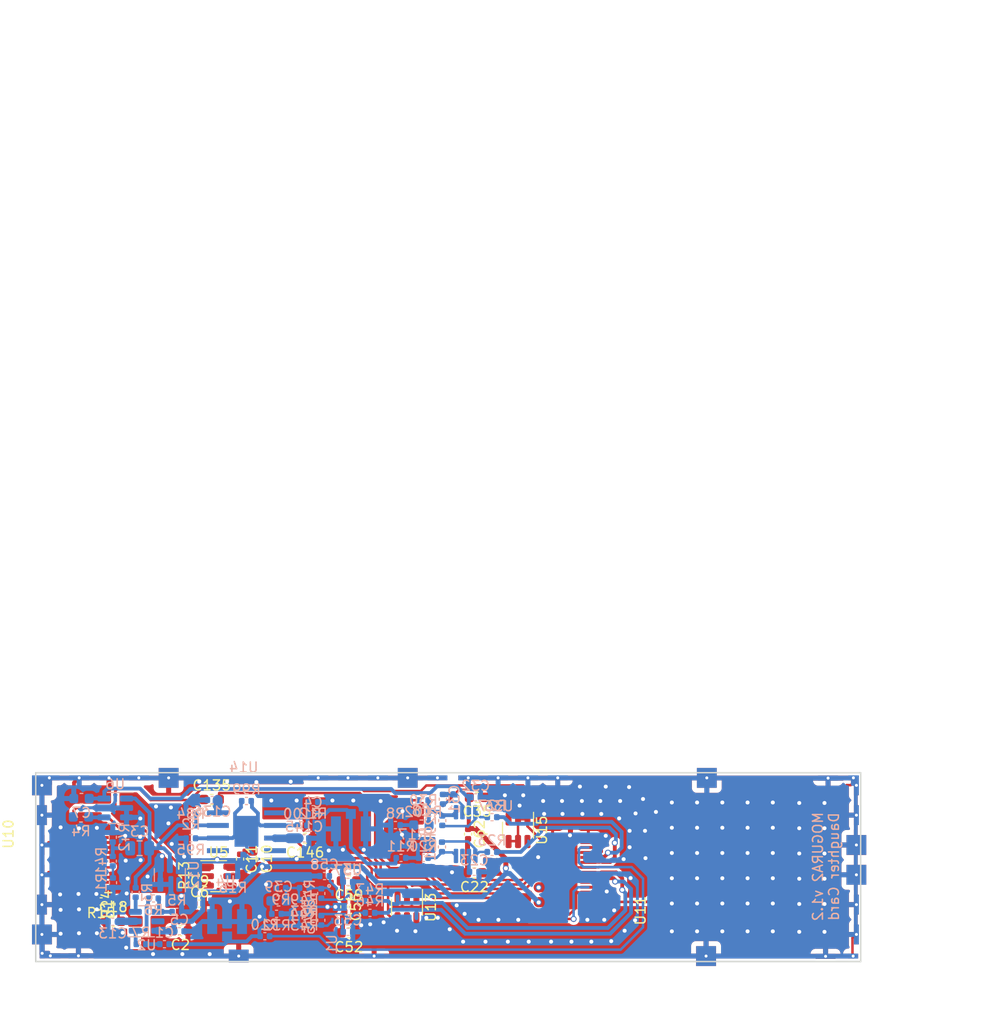
<source format=kicad_pcb>
(kicad_pcb (version 20211014) (generator pcbnew)
  (layers (0 "F.Cu" signal) (1 "In1.Cu" signal "Inner1") (2 "In2.Cu" signal "Inner2") (31 "B.Cu" signal) (34 "B.Paste" user) (35 "F.Paste" user) (36 "B.SilkS" user "B.Silkscreen") (37 "F.SilkS" user "F.Silkscreen") (38 "B.Mask" user) (39 "F.Mask" user) (44 "Edge.Cuts" user))
  (net 0 "")
  (net 1 "Earth")
  (net 2 "5V")
  (net 3 "-5V")
  (net 4 "/Amp1/Sig_in")
  (net 5 "-10V")
  (net 6 "10V")
  (net 7 "Net-(R20-Pad1)")
  (net 8 "Net-(R21-Pad1)")
  (net 9 "Net-(R27-Pad2)")
  (net 10 "Net-(R44-Pad1)")
  (net 11 "Net-(R45-Pad1)")
  (net 12 "Net-(R47-Pad2)")
  (net 13 "Net-(C39-Pad1)")
  (net 14 "Net-(C3-Pad2)")
  (net 15 "Net-(C39-Pad2)")
  (net 16 "Net-(R2-Pad2)")
  (net 17 "Net-(R95-Pad2)")
  (net 18 "Net-(R100-Pad2)")
  (net 19 "H_VCOM")
  (net 20 "L_VCOM")
  (net 21 "HGain_P")
  (net 22 "HGain_N")
  (net 23 "LGain_P")
  (net 24 "LGain_N")
  (net 25 "GPIO")
  (net 26 "RFDAC_FB_P")
  (net 27 "Net-(C1-Pad1)")
  (net 28 "Net-(C1-Pad2)")
  (net 29 "Net-(C3-Pad1)")
  (net 30 "Net-(R3-Pad1)")
  (net 31 "Net-(C4-Pad2)")
  (net 32 "Net-(C4-Pad1)")
  (net 33 "Net-(C8-Pad2)")
  (net 34 "Net-(R5-Pad2)")
  (net 35 "Net-(R6-Pad1)")
  (net 36 "H_Bias")
  (net 37 "Net-(R11-Pad1)")
  (net 38 "L_Bias")
  (net 40 "Net-(R13-Pad1)")
  (net 41 "Net-(R16-Pad1)")
  (net 45 "GND_D")
  (net 46 "RFDAC_FB_N")
  (net 47 "Net-(R102-Pad2)")
  (net 48 "Net-(R49-Pad2)")
  (net 51 "Net-(C8-Pad1)")
  (net 52 "Net-(R13-Pad2)")
  (net 53 "Net-(R48-Pad1)")
  (footprint "MyLibrary:DF12NC(5.0)-20DP-0.5V(51)" (layer "F.Cu") (at 24.75 174.175 -90)
    (fp_text reference "U10")
    (fp_text value "Conn_2x10")
  )
  (footprint "Capacitor_SMD:C_0603_1608Metric" (layer "F.Cu") (at 49.35 174.25 180)
    (fp_text reference "C146")
    (fp_text value "10uF")
  )
  (footprint "Capacitor_SMD:C_0402_1005Metric" (layer "F.Cu") (at 53.3 181.15 -90)
    (fp_text reference "C55")
    (fp_text value "0.1uF")
  )
  (footprint "Capacitor_SMD:C_0603_1608Metric" (layer "F.Cu") (at 53.76 178.54 180)
    (fp_text reference "C59")
    (fp_text value "10uF")
  )
  (footprint "Capacitor_SMD:C_0603_1608Metric" (layer "F.Cu") (at 53.76 183.76 180)
    (fp_text reference "C52")
    (fp_text value "10uF")
  )
  (footprint "Package_TO_SOT_SMD:SOT-23-6" (layer "F.Cu") (at 70.774222 173.438278 -90)
    (fp_text reference "U15")
    (fp_text value "BAV99s_dual_high_speed_diode")
  )
  (footprint "Capacitor_SMD:C_0402_1005Metric" (layer "F.Cu") (at 65.75 173.8249 -90)
    (fp_text reference "C62")
    (fp_text value "0.1uF")
  )
  (footprint "Capacitor_SMD:C_0603_1608Metric" (layer "F.Cu") (at 66.65 170.13 180)
    (fp_text reference "C35")
    (fp_text value "10uF")
  )
  (footprint "Capacitor_SMD:C_0603_1608Metric" (layer "F.Cu") (at 66.3856 177.7238 180)
    (fp_text reference "C22")
    (fp_text value "10uF")
  )
  (footprint "MyLibrary:DF12NC(5.0)-30DP-0.5V(51)" (layer "F.Cu") (at 77.85 181.175 90)
    (fp_text reference "U11")
    (fp_text value "Conn_2x15")
  )
  (footprint "Capacitor_SMD:C_0603_1608Metric" (layer "F.Cu") (at 39.95 170.35)
    (fp_text reference "C135")
    (fp_text value "10uF")
  )
  (footprint "Capacitor_SMD:C_0603_1608Metric" (layer "F.Cu") (at 30.05 182.6)
    (fp_text reference "C18")
    (fp_text value "6.7u")
  )
  (footprint "Capacitor_SMD:C_0603_1608Metric" (layer "F.Cu") (at 36.8 183.55 180)
    (fp_text reference "C2")
    (fp_text value "6.7u")
  )
  (footprint "Package_TO_SOT_SMD:SOT-23-6" (layer "F.Cu") (at 59.6 181.2 -90)
    (fp_text reference "U13")
    (fp_text value "BAV99s_dual_high_speed_diode")
  )
  (footprint "HasungLibrary:RF_Sheild_19.5x79" (layer "F.Cu") (at 22.8692 168.9234)
    (fp_text reference "P2" hide)
    (fp_text value "CONN_01X01")
  )
  (footprint "Capacitor_SMD:C_0402_1005Metric" (layer "F.Cu") (at 38.73 180.82)
    (fp_text reference "C6")
    (fp_text value "10uF")
  )
  (footprint "Capacitor_SMD:C_0402_1005Metric" (layer "F.Cu") (at 38.73 179.72)
    (fp_text reference "C9")
    (fp_text value "0.1uF")
  )
  (footprint "Capacitor_SMD:C_0603_1608Metric" (layer "F.Cu") (at 44.07 176.32 -90)
    (fp_text reference "C10")
    (fp_text value "10uF")
  )
  (footprint "Package_TO_SOT_SMD:SOT-23-6" (layer "F.Cu") (at 40.65 178.06)
    (fp_text reference "U5")
    (fp_text value "LTC6752-4")
  )
  (footprint "Capacitor_SMD:C_0402_1005Metric" (layer "F.Cu") (at 42.81 176.34 -90)
    (fp_text reference "C11")
    (fp_text value "0.1uF")
  )
  (footprint "Capacitor_SMD:C_0402_1005Metric" (layer "F.Cu") (at 30.58 180.88 90)
    (fp_text reference "R14")
    (fp_text value "4k")
  )
  (footprint "Capacitor_SMD:C_0402_1005Metric" (layer "F.Cu") (at 28.83 180.6 180)
    (fp_text reference "R15")
    (fp_text value "1k")
  )
  (footprint "Capacitor_SMD:C_0402_1005Metric" (layer "F.Cu") (at 38.34 177.99 90)
    (fp_text reference "R13")
    (fp_text value "49.9")
  )
  (footprint "Capacitor_SMD:C_0402_1005Metric" (layer "B.Cu") (at 30 174.15 90)
    (fp_text reference "R42")
    (fp_text value "3.6k")
  )
  (footprint "Capacitor_SMD:C_0402_1005Metric" (layer "B.Cu") (at 46.476 181.85)
    (fp_text reference "R32")
    (fp_text value "49.9")
  )
  (footprint "Capacitor_SMD:C_0402_1005Metric" (layer "B.Cu") (at 30 176.55 -90)
    (fp_text reference "R41")
    (fp_text value "1.5")
  )
  (footprint "Package_TO_SOT_SMD:SOT-23-5" (layer "B.Cu") (at 30.25 171.2 180)
    (fp_text reference "U6")
    (fp_text value "TS5A1066")
  )
  (footprint "Capacitor_SMD:C_0603_1608Metric" (layer "B.Cu") (at 61.05 172.9249 180)
    (fp_text reference "C8")
    (fp_text value "220n")
  )
  (footprint "Capacitor_SMD:C_0402_1005Metric" (layer "B.Cu") (at 58.439 172.9232 180)
    (fp_text reference "R8")
    (fp_text value "49.9")
  )
  (footprint "Capacitor_SMD:C_0402_1005Metric" (layer "B.Cu") (at 49.25 174.25 180)
    (fp_text reference "C145")
    (fp_text value "0.1uF")
  )
  (footprint "Capacitor_SMD:C_0805_2012Metric" (layer "B.Cu") (at 32.7 175.25 180)
    (fp_text reference "C3")
    (fp_text value "1u")
  )
  (footprint "Capacitor_SMD:C_0402_1005Metric" (layer "B.Cu") (at 37.85 171.7)
    (fp_text reference "R2")
    (fp_text value "49.9")
  )
  (footprint "Capacitor_SMD:C_0402_1005Metric" (layer "B.Cu") (at 49.05 172.95 180)
    (fp_text reference "R100")
    (fp_text value "49.9")
  )
  (footprint "Capacitor_SMD:C_0402_1005Metric" (layer "B.Cu") (at 43.45 170.5 180)
    (fp_text reference "R99")
    (fp_text value "1k")
  )
  (footprint "Capacitor_SMD:C_0402_1005Metric" (layer "B.Cu") (at 46.926 179.25)
    (fp_text reference "R9")
    (fp_text value "69.8")
  )
  (footprint "Capacitor_SMD:C_0402_1005Metric" (layer "B.Cu") (at 51.3 178.05 180)
    (fp_text reference "C58")
    (fp_text value "0.1uF")
  )
  (footprint "Capacitor_SMD:C_0402_1005Metric" (layer "B.Cu") (at 53.66 178.6366 180)
    (fp_text reference "C57")
    (fp_text value "0.1uF")
  )
  (footprint "Capacitor_SMD:C_0402_1005Metric" (layer "B.Cu") (at 53.66 183.66 180)
    (fp_text reference "C53")
    (fp_text value "0.1uF")
  )
  (footprint "Capacitor_SMD:C_0603_1608Metric" (layer "B.Cu") (at 46.676 180.55 180)
    (fp_text reference "C39")
    (fp_text value "220n")
  )
  (footprint "Capacitor_SMD:C_0402_1005Metric" (layer "B.Cu") (at 49.276 179.25)
    (fp_text reference "R49")
    (fp_text value "100")
  )
  (footprint "Capacitor_SMD:C_0402_1005Metric" (layer "B.Cu") (at 50.976 179.8 -90)
    (fp_text reference "R48")
    (fp_text value "275")
  )
  (footprint "Capacitor_SMD:C_0402_1005Metric" (layer "B.Cu") (at 55.88 181.75 180)
    (fp_text reference "R46")
    (fp_text value "22")
  )
  (footprint "Capacitor_SMD:C_0402_1005Metric" (layer "B.Cu") (at 50.976 182.5 -90)
    (fp_text reference "R45")
    (fp_text value "275")
  )
  (footprint "Capacitor_SMD:C_0402_1005Metric" (layer "B.Cu") (at 49.276 181.85)
    (fp_text reference "R43")
    (fp_text value "69.8")
  )
  (footprint "Capacitor_SMD:C_0402_1005Metric" (layer "B.Cu") (at 35.2 184.9 180)
    (fp_text reference "C1")
    (fp_text value "220n")
  )
  (footprint "Capacitor_SMD:C_0402_1005Metric" (layer "B.Cu") (at 66.5074 170.1295 180)
    (fp_text reference "C32")
    (fp_text value "0.1uF")
  )
  (footprint "Capacitor_SMD:C_0402_1005Metric" (layer "B.Cu") (at 66.37 177.6238 180)
    (fp_text reference "C23")
    (fp_text value "0.1uF")
  )
  (footprint "Capacitor_SMD:C_0402_1005Metric" (layer "B.Cu") (at 68.16 172.1249 180)
    (fp_text reference "R27")
    (fp_text value "22")
  )
  (footprint "Capacitor_SMD:C_0402_1005Metric" (layer "B.Cu") (at 68.16 175.6249 180)
    (fp_text reference "R23")
    (fp_text value "22")
  )
  (footprint "Capacitor_SMD:C_0402_1005Metric" (layer "B.Cu") (at 63.12 175.12 -90)
    (fp_text reference "R21")
    (fp_text value "250")
  )
  (footprint "Capacitor_SMD:C_0402_1005Metric" (layer "B.Cu") (at 61.25 176.2249 180)
    (fp_text reference "R20")
    (fp_text value "250")
  )
  (footprint "Capacitor_SMD:C_0402_1005Metric" (layer "B.Cu") (at 60.15 175.0249 180)
    (fp_text reference "R17")
    (fp_text value "49.9")
  )
  (footprint "Capacitor_SMD:C_0402_1005Metric" (layer "B.Cu") (at 50.15 171.8 180)
    (fp_text reference "C4")
    (fp_text value "220n")
  )
  (footprint "Capacitor_SMD:C_0402_1005Metric" (layer "B.Cu") (at 61.25 171.5749 180)
    (fp_text reference "R30")
    (fp_text value "120")
  )
  (footprint "Capacitor_SMD:C_0603_1608Metric" (layer "B.Cu") (at 26.8 172.1)
    (fp_text reference "R4")
    (fp_text value "1k")
  )
  (footprint "Capacitor_SMD:C_0402_1005Metric" (layer "B.Cu") (at 37.85 174.25)
    (fp_text reference "R95")
    (fp_text value "NC")
  )
  (footprint "MyLibrary:UMCC" (layer "B.Cu") (at 41.5 182.63)
    (fp_text reference "U4")
    (fp_text value "UMCC")
  )
  (footprint "Capacitor_SMD:C_0402_1005Metric" (layer "B.Cu") (at 49.276 180.45)
    (fp_text reference "R33")
    (fp_text value "69.8")
  )
  (footprint "Capacitor_SMD:C_0402_1005Metric" (layer "B.Cu") (at 45.3 184.1 180)
    (fp_text reference "R10")
    (fp_text value "10k")
  )
  (footprint "Capacitor_SMD:C_0402_1005Metric" (layer "B.Cu") (at 61.25 170.4249)
    (fp_text reference "R102")
    (fp_text value "499")
  )
  (footprint "Capacitor_SMD:C_0402_1005Metric" (layer "B.Cu") (at 59 176.2249 180)
    (fp_text reference "R11")
    (fp_text value "49.9")
  )
  (footprint "Capacitor_SMD:C_0402_1005Metric" (layer "B.Cu") (at 63.21 170.32 90)
    (fp_text reference "C31")
    (fp_text value "0.1uF")
  )
  (footprint "HasungLibrary:LMH6552_WSON" (layer "B.Cu") (at 52.8464 181.15 -90)
    (fp_text reference "U1")
    (fp_text value "lmh6552_wson" hide)
  )
  (footprint "HasungLibrary:LMH6550_VSSOP" (layer "B.Cu") (at 65.505 173.8249 -90)
    (fp_text reference "U36")
    (fp_text value "LMH6550" hide)
  )
  (footprint "MyLibrary:THS3491_HSOIC" (layer "B.Cu") (at 43.45 173.55)
    (fp_text reference "U14")
    (fp_text value "THS3091D")
  )
  (footprint "Capacitor_SMD:C_0402_1005Metric" (layer "B.Cu") (at 49.276 183.05 180)
    (fp_text reference "R44")
    (fp_text value "100")
  )
  (footprint "Capacitor_SMD:C_0402_1005Metric" (layer "B.Cu") (at 50.15 170.6)
    (fp_text reference "R12")
    (fp_text value "49.9")
  )
  (footprint "Capacitor_SMD:C_0402_1005Metric" (layer "B.Cu") (at 37.85 172.95 180)
    (fp_text reference "R84")
    (fp_text value "200")
  )
  (footprint "Capacitor_SMD:C_0402_1005Metric" (layer "B.Cu") (at 40 170.4)
    (fp_text reference "C136")
    (fp_text value "0.1uF")
  )
  (footprint "Capacitor_SMD:C_0402_1005Metric" (layer "B.Cu") (at 32.85 184.9 180)
    (fp_text reference "R7")
    (fp_text value "49.9")
  )
  (footprint "Capacitor_SMD:C_0402_1005Metric" (layer "B.Cu") (at 34.1 180.3)
    (fp_text reference "R6")
    (fp_text value "392")
  )
  (footprint "Capacitor_SMD:C_0402_1005Metric" (layer "B.Cu") (at 36.45 181.65 180)
    (fp_text reference "R5")
    (fp_text value "30")
  )
  (footprint "Capacitor_SMD:C_0402_1005Metric" (layer "B.Cu") (at 32.3 179.7 90)
    (fp_text reference "R3")
    (fp_text value "49.9")
  )
  (footprint "Capacitor_SMD:C_0402_1005Metric" (layer "B.Cu") (at 30 182.65)
    (fp_text reference "C13")
    (fp_text value "10nF")
  )
  (footprint "Capacitor_SMD:C_0402_1005Metric" (layer "B.Cu") (at 36.7 183.6 180)
    (fp_text reference "C5")
    (fp_text value "10nF")
  )
  (footprint "Package_TO_SOT_SMD:SOT-23-6" (layer "B.Cu") (at 33.4 182.6)
    (fp_text reference "U2")
    (fp_text value "LMH6703")
  )
  (footprint "Package_TO_SOT_SMD:SOT-23" (layer "B.Cu") (at 35.74 177.95 90)
    (fp_text reference "U12")
    (fp_text value "BAV99_high_speed_diode")
  )
  (footprint "Capacitor_SMD:C_0402_1005Metric" (layer "B.Cu") (at 30.02 178.72 -90)
    (fp_text reference "R1")
    (fp_text value "3.6k")
  )
  (footprint "Capacitor_SMD:C_0402_1005Metric" (layer "B.Cu") (at 55.88 180.55 180)
    (fp_text reference "R47")
    (fp_text value "22")
  )
  (footprint "Capacitor_SMD:C_0603_1608Metric" (layer "B.Cu") (at 26.85 170.25)
    (fp_text reference "C7")
    (fp_text value "10nF")
  )
  (footprint "MyLibrary:UMCC" (layer "B.Cu") (at 53.95 173.3 180)
    (fp_text reference "U3")
    (fp_text value "UMCC")
  )
  (footprint "Capacitor_SMD:C_0402_1005Metric" (layer "B.Cu") (at 63.15 172.4749 -90)
    (fp_text reference "R29")
    (fp_text value "250")
  )
  (footprint "Capacitor_SMD:C_0402_1005Metric" (layer "B.Cu") (at 42.09 178.06)
    (fp_text reference "R16")
    (fp_text value "250k")
  )
  (gr_circle (center 51.7652 179.0446) (end 51.8922 179.0446) (layer "B.SilkS") (width 0.15) (fill none))
  (gr_line (start 67.5 173.8249) (end 67.65 173.8249) (layer "F.SilkS") (width 0.15))
  (gr_line (start 105.25 167.65) (end 105.25 186.65) (layer "Edge.Cuts") (width 0.15))
  (gr_line (start 22.25 167.65) (end 105.25 167.65) (layer "Edge.Cuts") (width 0.15))
  (gr_line (start 22.25 186.65) (end 105.25 186.65) (layer "Edge.Cuts") (width 0.15))
  (gr_line (start 22.25 186.65) (end 22.25 167.65) (layer "Edge.Cuts") (width 0.15))
  (gr_text "MOGURA2 v1.2\nDaughter Card" (at 101.75 177.1 90) (layer "B.SilkS") (effects (font (size 1 1)) (justify mirror)))
  (segment (start 26.525 178.175) (end 26.55 178.15) (width 0.25) (layer "F.Cu") (net 1))
  (segment (start 26.325 176.175) (end 26.55 176.4) (width 0.25) (layer "F.Cu") (net 1))
  (segment (start 24.75 174.675) (end 25.8 174.675) (width 0.25) (layer "F.Cu") (net 1))
  (segment (start 77.85 174.175) (end 76.814998 174.175) (width 0.25) (layer "F.Cu") (net 1))
  (segment (start 77.85 174.175) (end 79.425 174.175) (width 0.25) (layer "F.Cu") (net 1))
  (segment (start 24.75 178.175) (end 26.525 178.175) (width 0.25) (layer "F.Cu") (net 1))
  (segment (start 76.755479 175.694521) (end 77.85 175.694521) (width 0.2) (layer "F.Cu") (net 1))
  (segment (start 72.05 181.9) (end 69.95 179.8) (width 0.25) (layer "F.Cu") (net 1))
  (segment (start 76.695 175.755) (end 76.755479 175.694521) (width 0.2) (layer "F.Cu") (net 1))
  (segment (start 28.35 178.675) (end 27.075 178.675) (width 0.25) (layer "F.Cu") (net 1))
  (segment (start 28.35 178.175) (end 26.575 178.175) (width 0.25) (layer "F.Cu") (net 1))
  (segment (start 25.8 177.675) (end 26.55 176.925) (width 0.25) (layer "F.Cu") (net 1))
  (segment (start 26.55 178.15) (end 26.55 178) (width 0.25) (layer "F.Cu") (net 1))
  (segment (start 78.925 177.15) (end 80.4 177.15) (width 0.25) (layer "F.Cu") (net 1))
  (segment (start 62.45 179.8) (end 61.3 178.65) (width 0.25) (layer "F.Cu") (net 1))
  (segment (start 27.3 173.9) (end 28.075 173.9) (width 0.25) (layer "F.Cu") (net 1))
  (segment (start 26.1 168.65) (end 26.55 168.2) (width 0.38) (layer "F.Cu") (net 1))
  (segment (start 28.35 176.675) (end 28.35 176.175) (width 0.25) (layer "F.Cu") (net 1))
  (segment (start 104.425 186.125) (end 104.425 184.275) (width 0.25) (layer "F.Cu") (net 1))
  (segment (start 26.775 176.175) (end 26.55 176.4) (width 0.25) (layer "F.Cu") (net 1))
  (segment (start 28.35 175.675) (end 27.275 175.675) (width 0.25) (layer "F.Cu") (net 1))
  (segment (start 26.55 175.425) (end 26.55 176.4) (width 0.25) (layer "F.Cu") (net 1))
  (segment (start 46.376 178.6934) (end 46.7194 178.35) (width 0.25) (layer "F.Cu") (net 1))
  (segment (start 57.88641 178.65) (end 57.8864 178.64999) (width 0.25) (layer "F.Cu") (net 1))
  (segment (start 74.25 176.175) (end 75.825 176.175) (width 0.25) (layer "F.Cu") (net 1))
  (segment (start 61.3 178.65) (end 57.88641 178.65) (width 0.25) (layer "F.Cu") (net 1))
  (segment (start 76.45 180.025) (end 76.45 181.4) (width 0.25) (layer "F.Cu") (net 1))
  (segment (start 77.030479 178.630479) (end 77.85 178.630479) (width 0.25) (layer "F.Cu") (net 1))
  (segment (start 79.194999 175.604971) (end 79.194999 174.405001) (width 0.25) (layer "F.Cu") (net 1))
  (segment (start 56.4864 178.64999) (end 56.05001 178.2136) (width 0.25) (layer "F.Cu") (net 1))
  (segment (start 26.55 175.925) (end 26.55 176.4) (width 0.25) (layer "F.Cu") (net 1))
  (segment (start 104.45 168.65) (end 104.75 168.95) (width 0.25) (layer "F.Cu") (net 1))
  (segment (start 24.75 175.1) (end 24.75 174.575) (width 0.25) (layer "F.Cu") (net 1))
  (segment (start 78.9 177.175) (end 78.925 177.15) (width 0.25) (layer "F.Cu") (net 1))
  (segment (start 104.45 168.2) (end 104.45 168.65) (width 0.25) (layer "F.Cu") (net 1))
  (segment (start 25.875 178.675) (end 26.55 178) (width 0.25) (layer "F.Cu") (net 1))
  (segment (start 79.194999 174.405001) (end 79.6 174) (width 0.25) (layer "F.Cu") (net 1))
  (segment (start 28.35 176.175) (end 26.775 176.175) (width 0.25) (layer "F.Cu") (net 1))
  (segment (start 76.45 181.4) (end 75.95 181.9) (width 0.25) (layer "F.Cu") (net 1))
  (segment (start 24.75 176.675) (end 26.275 176.675) (width 0.25) (layer "F.Cu") (net 1))
  (segment (start 101.65 186.15) (end 104.4 186.15) (width 0.25) (layer "F.Cu") (net 1))
  (segment (start 28.35 174.675) (end 27.3 174.675) (width 0.25) (layer "F.Cu") (net 1))
  (segment (start 76.814998 174.175) (end 76.05 174.939998) (width 0.25) (layer "F.Cu") (net 1))
  (segment (start 78.833619 175.604971) (end 78.719069 175.719521) (width 0.2) (layer "F.Cu") (net 1))
  (segment (start 26.05 176.4) (end 24.75 175.1) (width 0.25) (layer "F.Cu") (net 1))
  (segment (start 28.075 173.9) (end 28.35 174.175) (width 0.25) (layer "F.Cu") (net 1))
  (segment (start 50.60001 176.69999) (end 48.95 178.35) (width 0.25) (layer "F.Cu") (net 1))
  (segment (start 24.75 175.175) (end 25.8 175.175) (width 0.25) (layer "F.Cu") (net 1))
  (segment (start 76.525 177.175) (end 76.05 177.65) (width 0.25) (layer "F.Cu") (net 1))
  (segment (start 26.275 176.675) (end 26.55 176.4) (width 0.25) (layer "F.Cu") (net 1))
  (segment (start 28.35 176.675) (end 26.825 176.675) (width 0.25) (layer "F.Cu") (net 1))
  (segment (start 78.719069 175.719521) (end 77.85 175.719521) (width 0.2) (layer "F.Cu") (net 1))
  (segment (start 101.925 168.2) (end 101.9 168.225) (width 0.25) (layer "F.Cu") (net 1))
  (segment (start 76.05 174.925) (end 75.255479 174.130479) (width 0.25) (layer "F.Cu") (net 1))
  (segment (start 26.55 176.4) (end 26.55 174.65) (width 0.25) (layer "F.Cu") (net 1))
  (segment (start 75.95 181.9) (end 72.05 181.9) (width 0.25) (layer "F.Cu") (net 1))
  (segment (start 76.8 179.675) (end 76.45 180.025) (width 0.25) (layer "F.Cu") (net 1))
  (segment (start 25.8 174.675) (end 26.55 175.425) (width 0.25) (layer "F.Cu") (net 1))
  (segment (start 76.05 176.4) (end 76.05 177.65) (width 0.25) (layer "F.Cu") (net 1))
  (segment (start 55.4364 176.69999) (end 50.60001 176.69999) (width 0.25) (layer "F.Cu") (net 1))
  (segment (start 27.3 177.675) (end 26.55 176.925) (width 0.25) (layer "F.Cu") (net 1))
  (segment (start 26.825 176.675) (end 26.55 176.4) (width 0.25) (layer "F.Cu") (net 1))
  (segment (start 56.05001 178.2136) (end 56.050009 177.313599) (width 0.25) (layer "F.Cu") (net 1))
  (segment (start 77.85 177.175) (end 76.525 177.175) (width 0.25) (layer "F.Cu") (net 1))
  (segment (start 76.05 177.65) (end 77.030479 178.630479) (width 0.25) (layer "F.Cu") (net 1))
  (segment (start 28.35 177.675) (end 27.3 177.675) (width 0.25) (layer "F.Cu") (net 1))
  (segment (start 104.4 186.15) (end 104.425 186.125) (width 0.25) (layer "F.Cu") (net 1))
  (segment (start 27.3 175.175) (end 26.55 175.925) (width 0.25) (layer "F.Cu") (net 1))
  (segment (start 78.833619 175.604971) (end 79.194999 175.604971) (width 0.25) (layer "F.Cu") (net 1))
  (segment (start 28.35 178.175) (end 28.35 177.675) (width 0.25) (layer "F.Cu") (net 1))
  (segment (start 72.825 176.175) (end 72.8 176.15) (width 1) (layer "F.Cu") (net 1))
  (segment (start 56.050009 177.313599) (end 55.4364 176.69999) (width 0.25) (layer "F.Cu") (net 1))
  (segment (start 27.275 175.675) (end 26.55 176.4) (width 0.25) (layer "F.Cu") (net 1))
  (segment (start 27.075 178.675) (end 26.55 178.15) (width 0.25) (layer "F.Cu") (net 1))
  (segment (start 24.75 174.575) (end 24.75 174.175) (width 0.25) (layer "F.Cu") (net 1))
  (segment (start 76.695 175.755) (end 76.05 176.4) (width 0.2) (layer "F.Cu") (net 1))
  (segment (start 25.775 177.175) (end 26.55 176.4) (width 0.25) (layer "F.Cu") (net 1))
  (segment (start 76.05 176.4) (end 76.05 174.925) (width 0.25) (layer "F.Cu") (net 1))
  (segment (start 27.3 174.675) (end 26.55 175.425) (width 0.25) (layer "F.Cu") (net 1))
  (segment (start 25.8 175.175) (end 26.55 175.925) (width 0.25) (layer "F.Cu") (net 1))
  (segment (start 104.45 168.2) (end 104.45 168.7) (width 0.25) (layer "F.Cu") (net 1))
  (segment (start 26.55 168.2) (end 23.55 168.2) (width 0.38) (layer "F.Cu") (net 1))
  (segment (start 24.75 177.675) (end 25.8 177.675) (width 0.25) (layer "F.Cu") (net 1))
  (segment (start 77.85 179.675) (end 76.8 179.675) (width 0.2) (layer "F.Cu") (net 1))
  (segment (start 103.85 168.9) (end 103.7 169.05) (width 0.25) (layer "F.Cu") (net 1))
  (segment (start 76.775 175.675) (end 76.695 175.755) (width 0.2) (layer "F.Cu") (net 1))
  (segment (start 26.1 170.25) (end 26.1 168.65) (width 0.38) (layer "F.Cu") (net 1))
  (segment (start 75.825 176.175) (end 76.05 176.4) (width 0.25) (layer "F.Cu") (net 1))
  (segment (start 104.45 168.2) (end 101.925 168.2) (width 0.25) (layer "F.Cu") (net 1))
  (segment (start 79.425 174.175) (end 79.6 174) (width 0.25) (layer "F.Cu") (net 1))
  (segment (start 28.35 175.175) (end 27.3 175.175) (width 0.25) (layer "F.Cu") (net 1))
  (segment (start 26.55 178) (end 26.55 176.4) (width 0.25) (layer "F.Cu") (net 1))
  (segment (start 77.85 177.175) (end 78.9 177.175) (width 0.25) (layer "F.Cu") (net 1))
  (segment (start 26.55 174.65) (end 27.3 173.9) (width 0.25) (layer "F.Cu") (net 1))
  (segment (start 104.425 184.275) (end 104.75 183.95) (width 0.25) (layer "F.Cu") (net 1))
  (segment (start 76.05 177.925) (end 76.05 177.65) (width 0.25) (layer "F.Cu") (net 1))
  (segment (start 75.255479 174.130479) (end 74.25 174.130479) (width 0.2) (layer "F.Cu") (net 1))
  (segment (start 26.55 176.4) (end 26.05 176.4) (width 0.25) (layer "F.Cu") (net 1))
  (segment (start 69.95 179.8) (end 62.45 179.8) (width 0.25) (layer "F.Cu") (net 1))
  (segment (start 46.376 179.25) (end 46.376 178.6934) (width 0.25) (layer "F.Cu") (net 1))
  (segment (start 24.75 178.675) (end 25.875 178.675) (width 0.25) (layer "F.Cu") (net 1))
  (segment (start 76.05 174.939998) (end 76.05 177.65) (width 0.25) (layer "F.Cu") (net 1))
  (segment (start 104.45 168.7) (end 104.25 168.9) (width 0.25) (layer "F.Cu") (net 1))
  (segment (start 24.75 176.175) (end 26.325 176.175) (width 0.25) (layer "F.Cu") (net 1))
  (segment (start 26.55 176.925) (end 26.55 176.4) (width 0.25) (layer "F.Cu") (net 1))
  (segment (start 24.75 177.175) (end 25.775 177.175) (width 0.25) (layer "F.Cu") (net 1))
  (segment (start 57.8864 178.64999) (end 56.4864 178.64999) (width 0.25) (layer "F.Cu") (net 1))
  (segment (start 48.95 178.35) (end 46.7194 178.35) (width 0.25) (layer "F.Cu") (net 1))
  (segment (start 74.25 176.175) (end 72.825 176.175) (width 1) (layer "F.Cu") (net 1))
  (segment (start 23.55 168.2) (end 22.8 168.95) (width 0.38) (layer "F.Cu") (net 1))
  (segment (start 26.575 178.175) (end 26.55 178.15) (width 0.25) (layer "F.Cu") (net 1))
  (segment (start 104.25 168.9) (end 103.85 168.9) (width 0.25) (layer "F.Cu") (net 1))
  (via (at 51.6 181.15) (size 0.6) (drill 0.4) (layers "F.Cu" "B.Cu") (net 1))
  (via (at 88.79 170.65) (size 0.6) (drill 0.4) (layers "F.Cu" "B.Cu") (net 1))
  (via (at 91.33 170.65) (size 0.6) (drill 0.4) (layers "F.Cu" "B.Cu") (net 1))
  (via (at 93.87 170.65) (size 0.6) (drill 0.4) (layers "F.Cu" "B.Cu") (net 1))
  (via (at 96.41 170.65) (size 0.6) (drill 0.4) (layers "F.Cu" "B.Cu") (net 1))
  (via (at 86.25 173.19) (size 0.6) (drill 0.4) (layers "F.Cu" "B.Cu") (net 1))
  (via (at 88.79 173.19) (size 0.6) (drill 0.4) (layers "F.Cu" "B.Cu") (net 1))
  (via (at 91.33 173.19) (size 0.6) (drill 0.4) (layers "F.Cu" "B.Cu") (net 1))
  (via (at 93.87 173.19) (size 0.6) (drill 0.4) (layers "F.Cu" "B.Cu") (net 1))
  (via (at 96.41 173.19) (size 0.6) (drill 0.4) (layers "F.Cu" "B.Cu") (net 1))
  (via (at 86.25 175.73) (size 0.6) (drill 0.4) (layers "F.Cu" "B.Cu") (net 1))
  (via (at 88.79 175.73) (size 0.6) (drill 0.4) (layers "F.Cu" "B.Cu") (net 1))
  (via (at 91.33 175.73) (size 0.6) (drill 0.4) (layers "F.Cu" "B.Cu") (net 1))
  (via (at 93.87 175.73) (size 0.6) (drill 0.4) (layers "F.Cu" "B.Cu") (net 1))
  (via (at 96.41 175.73) (size 0.6) (drill 0.4) (layers "F.Cu" "B.Cu") (net 1))
  (via (at 86.25 178.27) (size 0.6) (drill 0.4) (layers "F.Cu" "B.Cu") (net 1))
  (via (at 88.79 178.27) (size 0.6) (drill 0.4) (layers "F.Cu" "B.Cu") (net 1))
  (via (at 91.33 178.27) (size 0.6) (drill 0.4) (layers "F.Cu" "B.Cu") (net 1))
  (via (at 93.87 178.27) (size 0.6) (drill 0.4) (layers "F.Cu" "B.Cu") (net 1))
  (via (at 96.41 178.27) (size 0.6) (drill 0.4) (layers "F.Cu" "B.Cu") (net 1))
  (via (at 86.25 180.81) (size 0.6) (drill 0.4) (layers "F.Cu" "B.Cu") (net 1))
  (via (at 88.79 180.81) (size 0.6) (drill 0.4) (layers "F.Cu" "B.Cu") (net 1))
  (via (at 91.33 180.81) (size 0.6) (drill 0.4) (layers "F.Cu" "B.Cu") (net 1))
  (via (at 93.87 180.81) (size 0.6) (drill 0.4) (layers "F.Cu" "B.Cu") (net 1))
  (via (at 96.41 180.81) (size 0.6) (drill 0.4) (layers "F.Cu" "B.Cu") (net 1))
  (via (at 101.61 170.7) (size 0.6) (drill 0.4) (layers "F.Cu" "B.Cu") (net 1))
  (via (at 99.07 173.24) (size 0.6) (drill 0.4) (layers "F.Cu" "B.Cu") (net 1))
  (via (at 99.07 170.7) (size 0.6) (drill 0.4) (layers "F.Cu" "B.Cu") (net 1))
  (via (at 101.61 173.24) (size 0.6) (drill 0.4) (layers "F.Cu" "B.Cu") (net 1))
  (via (at 99.07 175.78) (size 0.6) (drill 0.4) (layers "F.Cu" "B.Cu") (net 1))
  (via (at 101.61 180.86) (size 0.6) (drill 0.4) (layers "F.Cu" "B.Cu") (net 1))
  (via (at 99.07 180.86) (size 0.6) (drill 0.4) (layers "F.Cu" "B.Cu") (net 1))
  (via (at 101.61 178.32) (size 0.6) (drill 0.4) (layers "F.Cu" "B.Cu") (net 1))
  (via (at 99.07 178.32) (size 0.6) (drill 0.4) (layers "F.Cu" "B.Cu") (net 1))
  (via (at 101.61 175.78) (size 0.6) (drill 0.4) (layers "F.Cu" "B.Cu") (net 1))
  (via (at 99.07 183.66) (size 0.6) (drill 0.4) (layers "F.Cu" "B.Cu") (net 1))
  (via (at 96.41 183.61) (size 0.6) (drill 0.4) (layers "F.Cu" "B.Cu") (net 1))
  (via (at 93.87 183.61) (size 0.6) (drill 0.4) (layers "F.Cu" "B.Cu") (net 1))
  (via (at 91.33 183.61) (size 0.6) (drill 0.4) (layers "F.Cu" "B.Cu") (net 1))
  (via (at 88.79 183.61) (size 0.6) (drill 0.4) (layers "F.Cu" "B.Cu") (net 1))
  (via (at 86.25 183.61) (size 0.6) (drill 0.4) (layers "F.Cu" "B.Cu") (net 1))
  (via (at 101.61 183.66) (size 0.6) (drill 0.4) (layers "F.Cu" "B.Cu") (net 1))
  (via (at 82.1 178.25) (size 0.6) (drill 0.4) (layers "F.Cu" "B.Cu") (net 1))
  (via (at 82.55 182.5) (size 0.6) (drill 0.4) (layers "F.Cu" "B.Cu") (net 1))
  (via (at 81.5 183.55) (size 0.6) (drill 0.4) (layers "F.Cu" "B.Cu") (net 1))
  (via (at 80.15 184.6) (size 0.6) (drill 0.4) (layers "F.Cu" "B.Cu") (net 1))
  (via (at 78.15 184.65) (size 0.6) (drill 0.4) (layers "F.Cu" "B.Cu") (net 1))
  (via (at 76.15 184.65) (size 0.6) (drill 0.4) (layers "F.Cu" "B.Cu") (net 1))
  (via (at 74.1 184.65) (size 0.6) (drill 0.4) (layers "F.Cu" "B.Cu") (net 1))
  (via (at 71.85 184.65) (size 0.6) (drill 0.4) (layers "F.Cu" "B.Cu") (net 1))
  (via (at 69.75 184.65) (size 0.6) (drill 0.4) (layers "F.Cu" "B.Cu") (net 1))
  (via (at 67.5 184.65) (size 0.6) (drill 0.4) (layers "F.Cu" "B.Cu") (net 1))
  (via (at 65.25 184.65) (size 0.6) (drill 0.4) (layers "F.Cu" "B.Cu") (net 1))
  (via (at 63.9 183.4) (size 0.6) (drill 0.4) (layers "F.Cu" "B.Cu") (net 1))
  (via (at 62.7 182.25) (size 0.6) (drill 0.4) (layers "F.Cu" "B.Cu") (net 1))
  (via (at 61.55 182.25) (size 0.6) (drill 0.4) (layers "F.Cu" "B.Cu") (net 1))
  (via (at 57.25 182.7) (size 0.6) (drill 0.4) (layers "F.Cu" "B.Cu") (net 1))
  (via (at 55.9 182.9) (size 0.6) (drill 0.4) (layers "F.Cu" "B.Cu") (net 1))
  (via (at 55 183) (size 0.6) (drill 0.4) (layers "F.Cu" "B.Cu") (net 1))
  (via (at 58.6 183.55) (size 0.6) (drill 0.4) (layers "F.Cu" "B.Cu") (net 1))
  (via (at 60.45 183.6) (size 0.6) (drill 0.4) (layers "F.Cu" "B.Cu") (net 1))
  (via (at 80.45 181.5) (size 0.6) (drill 0.4) (layers "F.Cu" "B.Cu") (net 1))
  (via (at 79.45 182.45) (size 0.6) (drill 0.4) (layers "F.Cu" "B.Cu") (net 1))
  (via (at 77.75 182.45) (size 0.6) (drill 0.4) (layers "F.Cu" "B.Cu") (net 1))
  (via (at 70.8 182.45) (size 0.6) (drill 0.4) (layers "F.Cu" "B.Cu") (net 1))
  (via (at 68.8 182.45) (size 0.6) (drill 0.4) (layers "F.Cu" "B.Cu") (net 1))
  (via (at 66.8 182.45) (size 0.6) (drill 0.4) (layers "F.Cu" "B.Cu") (net 1))
  (via (at 65.4 181.85) (size 0.6) (drill 0.4) (layers "F.Cu" "B.Cu") (net 1))
  (via (at 64.6 181) (size 0.6) (drill 0.4) (layers "F.Cu" "B.Cu") (net 1))
  (via (at 82 173.5) (size 0.6) (drill 0.4) (layers "F.Cu" "B.Cu") (net 1))
  (via (at 80.95 172.25) (size 0.6) (drill 0.4) (layers "F.Cu" "B.Cu") (net 1))
  (via (at 79.15 171.8) (size 0.6) (drill 0.4) (layers "F.Cu" "B.Cu") (net 1))
  (via (at 77.25 171.8) (size 0.6) (drill 0.4) (layers "F.Cu" "B.Cu") (net 1))
  (via (at 75.25 171.8) (size 0.6) (drill 0.4) (layers "F.Cu" "B.Cu") (net 1))
  (via (at 73.4 171.8) (size 0.6) (drill 0.4) (layers "F.Cu" "B.Cu") (net 1))
  (via (at 70.93 170.96) (size 0.6) (drill 0.4) (layers "F.Cu" "B.Cu") (net 1))
  (via (at 76 173.95) (size 0.6) (drill 0.4) (layers "F.Cu" "B.Cu") (net 1))
  (via (at 79.6 174) (size 0.6) (drill 0.4) (layers "F.Cu" "B.Cu") (net 1))
  (via (at 73.3 170.5) (size 0.6) (drill 0.4) (layers "F.Cu" "B.Cu") (net 1))
  (via (at 75.2 170.5) (size 0.6) (drill 0.4) (layers "F.Cu" "B.Cu") (net 1))
  (via (at 69.45 169.9249) (size 0.6) (drill 0.4) (layers "F.Cu" "B.Cu") (net 1))
  (via (at 71.3 169.9249) (size 0.6) (drill 0.4) (layers "F.Cu" "B.Cu") (net 1))
  (via (at 82.6 171.75) (size 0.6) (drill 0.4) (layers "F.Cu" "B.Cu") (net 1))
  (via (at 81.05 170.5) (size 0.6) (drill 0.4) (layers "F.Cu" "B.Cu") (net 1))
  (via (at 77.2 170.5) (size 0.6) (drill 0.4) (layers "F.Cu" "B.Cu") (net 1))
  (via (at 79.05 170.5) (size 0.6) (drill 0.4) (layers "F.Cu" "B.Cu") (net 1))
  (via (at 83.55 173.5) (size 0.6) (drill 0.4) (layers "F.Cu" "B.Cu") (net 1))
  (via (at 83.6 176.25) (size 0.6) (drill 0.4) (layers "F.Cu" "B.Cu") (net 1))
  (via (at 84.65 171.6) (size 0.6) (drill 0.4) (layers "F.Cu" "B.Cu") (net 1))
  (via (at 83.35 170.3) (size 0.6) (drill 0.4) (layers "F.Cu" "B.Cu") (net 1))
  (via (at 81.95 169.1) (size 0.6) (drill 0.4) (layers "F.Cu" "B.Cu") (net 1))
  (via (at 79.6 169.05) (size 0.6) (drill 0.4) (layers "F.Cu" "B.Cu") (net 1))
  (via (at 77 169.05) (size 0.6) (drill 0.4) (layers "F.Cu" "B.Cu") (net 1))
  (via (at 54.2 170.45) (size 0.6) (drill 0.4) (layers "F.Cu" "B.Cu") (net 1))
  (via (at 52.1 170.45) (size 0.6) (drill 0.4) (layers "F.Cu" "B.Cu") (net 1))
  (via (at 48.5 170.45) (size 0.6) (drill 0.4) (layers "F.Cu" "B.Cu") (net 1))
  (via (at 45.95 170.45) (size 0.6) (drill 0.4) (layers "F.Cu" "B.Cu") (net 1))
  (via (at 47.9 168.55) (size 0.6) (drill 0.4) (layers "F.Cu" "B.Cu") (net 1))
  (via (at 44.45 168.6) (size 0.6) (drill 0.4) (layers "F.Cu" "B.Cu") (net 1))
  (via (at 41.5 168.55) (size 0.6) (drill 0.4) (layers "F.Cu" "B.Cu") (net 1))
  (via (at 38.7 168.55) (size 0.6) (drill 0.4) (layers "F.Cu" "B.Cu") (net 1))
  (via (at 35.85 171.15) (size 0.6) (drill 0.4) (layers "F.Cu" "B.Cu") (net 1))
  (via (at 34.35 171.05) (size 0.6) (drill 0.4) (layers "F.Cu" "B.Cu") (net 1))
  (via (at 35.6 172.75) (size 0.6) (drill 0.4) (layers "F.Cu" "B.Cu") (net 1))
  (via (at 31.3 176.5) (size 0.6) (drill 0.4) (layers "F.Cu" "B.Cu") (net 1))
  (via (at 32.8 176.45) (size 0.6) (drill 0.4) (layers "F.Cu" "B.Cu") (net 1))
  (via (at 32.75 174.1) (size 0.6) (drill 0.4) (layers "F.Cu" "B.Cu") (net 1))
  (via (at 31.25 174) (size 0.6) (drill 0.4) (layers "F.Cu" "B.Cu") (net 1))
  (via (at 31.5 178.3) (size 0.6) (drill 0.4) (layers "F.Cu" "B.Cu") (net 1))
  (via (at 33.5 178.1) (size 0.6) (drill 0.4) (layers "F.Cu" "B.Cu") (net 1))
  (via (at 34.95 176.05) (size 0.6) (drill 0.4) (layers "F.Cu" "B.Cu") (net 1))
  (via (at 35.93 174.82) (size 0.6) (drill 0.4) (layers "F.Cu" "B.Cu") (net 1))
  (via (at 40.5 176.4) (size 0.6) (drill 0.4) (layers "F.Cu" "B.Cu") (net 1))
  (via (at 31 183.75) (size 0.6) (drill 0.4) (layers "F.Cu" "B.Cu") (net 1))
  (via (at 31.35 185.25) (size 0.6) (drill 0.4) (layers "F.Cu" "B.Cu") (net 1))
  (via (at 31.4 179.8) (size 0.6) (drill 0.4) (layers "F.Cu" "B.Cu") (net 1))
  (via (at 28.35 179.85) (size 0.6) (drill 0.4) (layers "F.Cu" "B.Cu") (net 1))
  (via (at 24.7 179.9) (size 0.6) (drill 0.4) (layers "F.Cu" "B.Cu") (net 1))
  (via (at 26.55 179.85) (size 0.6) (drill 0.4) (layers "F.Cu" "B.Cu") (net 1))
  (via (at 26.6 173.25) (size 0.6) (drill 0.4) (layers "F.Cu" "B.Cu") (net 1))
  (via (at 28.4 173.2) (size 0.6) (drill 0.4) (layers "F.Cu" "B.Cu") (net 1))
  (via (at 24.75 173.15) (size 0.6) (drill 0.4) (layers "F.Cu" "B.Cu") (net 1))
  (via (at 26.6 181.4) (size 0.6) (drill 0.4) (layers "F.Cu" "B.Cu") (net 1))
  (via (at 28.4 181.4) (size 0.6) (drill 0.4) (layers "F.Cu" "B.Cu") (net 1))
  (via (at 24.75 181.45) (size 0.6) (drill 0.4) (layers "F.Cu" "B.Cu") (net 1))
  (via (at 26.6 183.8) (size 0.6) (drill 0.4) (layers "F.Cu" "B.Cu") (net 1))
  (via (at 24.75 183.85) (size 0.6) (drill 0.4) (layers "F.Cu" "B.Cu") (net 1))
  (via (at 28.4 183.8) (size 0.6) (drill 0.4) (layers "F.Cu" "B.Cu") (net 1))
  (via (at 34.05 185.9) (size 0.6) (drill 0.4) (layers "F.Cu" "B.Cu") (net 1))
  (via (at 37 185.9) (size 0.6) (drill 0.4) (layers "F.Cu" "B.Cu") (net 1))
  (via (at 39.75 185.9) (size 0.6) (drill 0.4) (layers "F.Cu" "B.Cu") (net 1))
  (via (at 44.77 182.13) (size 0.6) (drill 0.4) (layers "F.Cu" "B.Cu") (net 1))
  (via (at 53.15 175.4) (size 0.6) (drill 0.4) (layers "F.Cu" "B.Cu") (net 1))
  (via (at 55.25 175.4) (size 0.6) (drill 0.4) (layers "F.Cu" "B.Cu") (net 1))
  (via (at 59.1 173.8749) (size 0.6) (drill 0.4) (layers "F.Cu" "B.Cu") (net 1))
  (via (at 59.15 171.5249) (size 0.6) (drill 0.4) (layers "F.Cu" "B.Cu") (net 1))
  (via (at 36.903162 180.04634) (size 0.6) (drill 0.4) (layers "F.Cu" "B.Cu") (net 1))
  (via (at 82 175.15) (size 0.6) (drill 0.4) (layers "F.Cu" "B.Cu") (net 1))
  (via (at 81.4 176.35) (size 0.6) (drill 0.4) (layers "F.Cu" "B.Cu") (net 1))
  (via (at 79.7 179.6) (size 0.6) (drill 0.4) (layers "F.Cu" "B.Cu") (net 1))
  (via (at 72.8 176.15) (size 0.6) (drill 0.4) (layers "F.Cu" "B.Cu") (net 1))
  (via (at 48.5 176.32) (size 0.6) (drill 0.4) (layers "F.Cu" "B.Cu") (net 1))
  (via (at 32.77 172.26) (size 0.6) (drill 0.4) (layers "F.Cu" "B.Cu") (net 1))
  (via (at 56.95 170.51) (size 0.6) (drill 0.4) (layers "F.Cu" "B.Cu") (net 1))
  (via (at 37.18 176.09) (size 0.6) (drill 0.4) (layers "F.Cu" "B.Cu") (net 1))
  (via (at 86.25 170.65) (size 0.6) (drill 0.4) (layers "F.Cu" "B.Cu") (net 1))
  (via (at 45.424065 178.889113) (size 0.6) (drill 0.4) (layers "F.Cu" "B.Cu") (net 1))
  (via (at 41.78 180.59) (size 0.6) (drill 0.4) (layers "F.Cu" "B.Cu") (net 1))
  (via (at 64.13 177.67) (size 0.6) (drill 0.4) (layers "F.Cu" "B.Cu") (net 1))
  (via (at 51.73 175.48) (size 0.6) (drill 0.4) (layers "F.Cu" "B.Cu") (net 1))
  (via (at 52.4 181.15) (size 0.6) (drill 0.4) (layers "F.Cu" "B.Cu") (net 1))
  (segment (start 52.412 181.138) (end 52.4 181.15) (width 0.25) (layer "B.Cu") (net 1))
  (segment (start 50.526 181.15) (end 49.826 181.85) (width 0.25) (layer "B.Cu") (net 1))
  (segment (start 51.6 181.15) (end 50.526 181.15) (width 0.25) (layer "B.Cu") (net 1))
  (segment (start 52.8464 181.15) (end 52.4 181.15) (width 0.25) (layer "B.Cu") (net 1))
  (segment (start 52.8464 181.138) (end 52.412 181.138) (width 0.25) (layer "B.Cu") (net 1))
  (segment (start 50.526 181.15) (end 49.826 180.45) (width 0.25) (layer "B.Cu") (net 1))
  (segment (start 52.4 181.15) (end 51.6 181.15) (width 0.25) (layer "B.Cu") (net 1))
  (segment (start 53.11 178.6366) (end 53.11 180.41) (width 0.5) (layer "F.Cu") (net 2))
  (segment (start 42.29 177.41) (end 41.55 177.41) (width 0.25) (layer "F.Cu") (net 2))
  (segment (start 42.81 176.89) (end 43.84 176.89) (width 0.25) (layer "F.Cu") (net 2))
  (segment (start 74.25 180.675) (end 72.875 180.675) (width 1) (layer "F.Cu") (net 2))
  (segment (start 74.25 180.175) (end 74.25 181.175) (width 0.25) (layer "F.Cu") (net 2))
  (segment (start 42.81 176.89) (end 42.29 177.41) (width 0.25) (layer "F.Cu") (net 2))
  (segment (start 44.8 176.88) (end 43.85 176.88) (width 0.5) (layer "F.Cu") (net 2))
  (segment (start 53.11 180.41) (end 53.3 180.6) (width 0.5) (layer "F.Cu") (net 2))
  (segment (start 72.875 180.675) (end 72.85 180.7) (width 1) (layer "F.Cu") (net 2))
  (segment (start 43.84 176.89) (end 43.85 176.88) (width 0.25) (layer "F.Cu") (net 2))
  (segment (start 66.5 173.2749) (end 69.55 176.3249) (width 0.5) (layer "F.Cu") (net 2))
  (segment (start 69.55 176.3249) (end 69.55 177.2698) (width 0.5) (layer "F.Cu") (net 2))
  (segment (start 65.82 173.2049) (end 65.75 173.2749) (width 0.5) (layer "F.Cu") (net 2))
  (segment (start 65.82 170.22) (end 65.82 173.2049) (width 0.4) (layer "F.Cu") (net 2))
  (segment (start 65.75 173.2749) (end 66.5 173.2749) (width 0.5) (layer "F.Cu") (net 2))
  (segment (start 45.02 177.1) (end 44.8 176.88) (width 0.5) (layer "F.Cu") (net 2))
  (via (at 69.55 177.2698) (size 0.6) (drill 0.4) (layers "F.Cu" "B.Cu") (net 2))
  (via (at 45.02 177.1) (size 0.8) (drill 0.4) (layers "F.Cu" "B.Cu") (net 2))
  (via (at 72.85 180.7) (size 0.6) (drill 0.4) (layers "F.Cu" "B.Cu") (net 2))
  (segment (start 65.8226 171.6175) (end 65.83 171.6249) (width 0.25) (layer "B.Cu") (net 2))
  (segment (start 39.050489 179.849511) (end 39.050489 181.499511) (width 0.5) (layer "B.Cu") (net 2))
  (segment (start 53.5 177.1) (end 54.99489 177.1) (width 0.5) (layer "B.Cu") (net 2))
  (segment (start 58.416289 169.699511) (end 61.951467 169.699511) (width 0.38) (layer "B.Cu") (net 2))
  (segment (start 62.6212 178.75) (end 64.008 180.1368) (width 0.5) (layer "B.Cu") (net 2))
  (segment (start 39.050489 181.499511) (end 37.95 182.6) (width 0.5) (layer "B.Cu") (net 2))
  (segment (start 69.55 177.7952) (end 69.9452 177.7952) (width 0.5) (layer "B.Cu") (net 2))
  (segment (start 65.8226 169.9605) (end 65.8226 171.6175) (width 0.38) (layer "B.Cu") (net 2))
  (segment (start 36.4 182.6) (end 36.15 182.85) (width 0.5) (layer "B.Cu") (net 2))
  (segment (start 33.75 170.25) (end 36.85 170.25) (width 0.38) (layer "B.Cu") (net 2))
  (segment (start 36.15 182.85) (end 36.15 183.6) (width 0.5) (layer "B.Cu") (net 2))
  (segment (start 29.15 170.25) (end 29.15 169.545) (width 0.38) (layer "B.Cu") (net 2))
  (segment (start 36.85 170.25) (end 37.810489 169.289511) (width 0.38) (layer "B.Cu") (net 2))
  (segment (start 29.15 170.25) (end 27.6 170.25) (width 0.38) (layer "B.Cu") (net 2))
  (segment (start 36.1 183.55) (end 36.15 183.6) (width 0.75) (layer "B.Cu") (net 2))
  (segment (start 39.25 179.65) (end 39.050489 179.849511) (width 0.5) (layer "B.Cu") (net 2))
  (segment (start 67.2084 180.1368) (end 69.55 177.7952) (width 0.5) (layer "B.Cu") (net 2))
  (segment (start 62.630978 169.02) (end 64.62 169.02) (width 0.38) (layer "B.Cu") (net 2))
  (segment (start 64.008 180.1368) (end 67.2084 180.1368) (width 0.5) (layer "B.Cu") (net 2))
  (segment (start 44.9 177.1) (end 42.35 179.65) (width 0.5) (layer "B.Cu") (net 2))
  (segment (start 42.35 179.65) (end 39.25 179.65) (width 0.5) (layer "B.Cu") (net 2))
  (segment (start 61.951467 169.699511) (end 62.630978 169.02) (width 0.38) (layer "B.Cu") (net 2))
  (segment (start 29.445 169.25) (end 32.75 169.25) (width 0.38) (layer "B.Cu") (net 2))
  (segment (start 53.11 178.6366) (end 53.11 179.7364) (width 0.3) (layer "B.Cu") (net 2))
  (segment (start 54.99489 177.1) (end 56.64489 178.75) (width 0.5) (layer "B.Cu") (net 2))
  (segment (start 64.62 169.02) (end 65.82 170.22) (width 0.38) (layer "B.Cu") (net 2))
  (segment (start 45.02 177.1) (end 44.9 177.1) (width 0.5) (layer "B.Cu") (net 2))
  (segment (start 37.95 182.6) (end 36.4 182.6) (width 0.5) (layer "B.Cu") (net 2))
  (segment (start 29.15 169.545) (end 29.445 169.25) (width 0.38) (layer "B.Cu") (net 2))
  (segment (start 37.810489 169.289511) (end 58.006289 169.289511) (width 0.38) (layer "B.Cu") (net 2))
  (segment (start 32.75 169.25) (end 33.75 170.25) (width 0.38) (layer "B.Cu") (net 2))
  (segment (start 69.9452 177.7952) (end 72.85 180.7) (width 0.5) (layer "B.Cu") (net 2))
  (segment (start 56.64489 178.75) (end 62.6212 178.75) (width 0.5) (layer "B.Cu") (net 2))
  (segment (start 34.5 183.55) (end 36.1 183.55) (width 0.75) (layer "B.Cu") (net 2))
  (segment (start 69.55 177.7952) (end 69.55 177.2698) (width 0.5) (layer "B.Cu") (net 2))
  (segment (start 53.11 177.49) (end 53.5 177.1) (width 0.5) (layer "B.Cu") (net 2))
  (segment (start 53.11 179.7364) (end 53.0964 179.75) (width 0.25) (layer "B.Cu") (net 2))
  (segment (start 53.5 177.1) (end 45.02 177.1) (width 0.5) (layer "B.Cu") (net 2))
  (segment (start 58.006289 169.289511) (end 58.416289 169.699511) (width 0.38) (layer "B.Cu") (net 2))
  (segment (start 53.11 178.6366) (end 53.11 177.49) (width 0.5) (layer "B.Cu") (net 2))
  (segment (start 72.875 179.175) (end 72.85 179.2) (width 1) (layer "F.Cu") (net 3))
  (segment (start 65.6956 174.4293) (end 65.75 174.3749) (width 0.38) (layer "F.Cu") (net 3))
  (segment (start 53.11 183.66) (end 53.11 181.89) (width 0.5) (layer "F.Cu") (net 3))
  (segment (start 30.58 181.43) (end 30.58 182.62) (width 0.25) (layer "F.Cu") (net 3))
  (segment (start 53.11 181.89) (end 53.3 181.7) (width 0.5) (layer "F.Cu") (net 3))
  (segment (start 30.58 182.62) (end 30.55 182.65) (width 0.25) (layer "F.Cu") (net 3))
  (segment (start 65.6956 177.7238) (end 65.6956 174.4293) (width 0.5) (layer "F.Cu") (net 3))
  (segment (start 74.25 179.175) (end 72.875 179.175) (width 1) (layer "F.Cu") (net 3))
  (via (at 72.85 179.2) (size 0.6) (drill 0.4) (layers "F.Cu" "B.Cu") (net 3))
  (segment (start 53.11 182.5636) (end 53.0964 182.55) (width 0.25) (layer "B.Cu") (net 3))
  (segment (start 65.83 176.0249) (end 65.83 177.6138) (width 0.38) (layer "B.Cu") (net 3))
  (segment (start 53.11 183.66) (end 53.11 182.5636) (width 0.3) (layer "B.Cu") (net 3))
  (segment (start 32.3 182.6) (end 30.6 182.6) (width 0.75) (layer "B.Cu") (net 3))
  (segment (start 65.83 177.6138) (end 65.82 177.6238) (width 0.25) (layer "B.Cu") (net 3))
  (segment (start 30.6 182.6) (end 30.55 182.65) (width 0.75) (layer "B.Cu") (net 3))
  (segment (start 28.35 177.175) (end 29.925 177.175) (width 0.25) (layer "F.Cu") (net 4))
  (segment (start 29.925 177.175) (end 30 177.1) (width 0.25) (layer "F.Cu") (net 4))
  (segment (start 30.02 178.17) (end 30.02 177.12) (width 0.25) (layer "B.Cu") (net 4))
  (segment (start 30.02 177.12) (end 30 177.1) (width 0.25) (layer "B.Cu") (net 4))
  (segment (start 40.7 169.725) (end 40.7 170.35) (width 0.25) (layer "F.Cu") (net 5))
  (segment (start 62.82281 178.89999) (end 61.672801 177.749981) (width 0.25) (layer "F.Cu") (net 5))
  (segment (start 56.950028 177.650028) (end 56.950027 176.940797) (width 0.25) (layer "F.Cu") (net 5))
  (segment (start 73.038591 177.199999) (end 73.013599 177.224991) (width 0.25) (layer "F.Cu") (net 5))
  (segment (start 56.950027 176.940797) (end 56.404614 176.395386) (width 0.25) (layer "F.Cu") (net 5))
  (segment (start 40.725 169.7) (end 40.7 169.725) (width 0.25) (layer "F.Cu") (net 5))
  (segment (start 61.5 177.7) (end 57 177.7) (width 0.25) (layer "F.Cu") (net 5))
  (segment (start 61.672801 177.749981) (end 61.549981 177.749981) (width 0.25) (layer "F.Cu") (net 5))
  (segment (start 61.549981 177.749981) (end 61.5 177.7) (width 0.25) (layer "F.Cu") (net 5))
  (segment (start 56.404614 171.254614) (end 54.85 169.7) (width 0.25) (layer "F.Cu") (net 5))
  (segment (start 54.85 169.7) (end 40.725 169.7) (width 0.25) (layer "F.Cu") (net 5))
  (segment (start 56.404614 176.395386) (end 56.404614 171.254614) (width 0.25) (layer "F.Cu") (net 5))
  (segment (start 57 177.7) (end 56.950028 177.650028) (width 0.25) (layer "F.Cu") (net 5))
  (segment (start 74.200001 177.199999) (end 73.038591 177.199999) (width 0.25) (layer "F.Cu") (net 5))
  (segment (start 71.3386 178.89999) (end 62.82281 178.89999) (width 0.25) (layer "F.Cu") (net 5))
  (segment (start 73.013599 177.224991) (end 71.3386 178.89999) (width 0.25) (layer "F.Cu") (net 5))
  (segment (start 74.225 177.175) (end 74.200001 177.199999) (width 0.25) (layer "F.Cu") (net 5))
  (segment (start 74.25 177.175) (end 74.225 177.175) (width 0.25) (layer "F.Cu") (net 5))
  (segment (start 40.55 170.4) (end 40.55 170.95) (width 1) (layer "B.Cu") (net 5))
  (segment (start 40.575 171.69) (end 40.55 170.95) (width 0.75) (layer "B.Cu") (net 5))
  (segment (start 62.63641 179.35) (end 71.525 179.35) (width 0.25) (layer "F.Cu") (net 6))
  (segment (start 56.500018 177.127198) (end 56.500018 178.027198) (width 0.25) (layer "F.Cu") (net 6))
  (segment (start 55.6228 176.24998) (end 56.500018 177.127198) (width 0.25) (layer "F.Cu") (net 6))
  (segment (start 71.525 179.35) (end 73.225481 177.649519) (width 0.25) (layer "F.Cu") (net 6))
  (segment (start 73.225481 177.649519) (end 73.6092 177.649519) (width 0.25) (layer "F.Cu") (net 6))
  (segment (start 61.4864 178.19999) (end 62.63641 179.35) (width 0.25) (layer "F.Cu") (net 6))
  (segment (start 56.67281 178.19999) (end 61.4864 178.19999) (width 0.25) (layer "F.Cu") (net 6))
  (segment (start 50.199981 176.249981) (end 55.6228 176.24998) (width 0.25) (layer "F.Cu") (net 6))
  (segment (start 48.7 174.25) (end 48.7 174.75) (width 0.25) (layer "F.Cu") (net 6))
  (segment (start 56.500018 178.027198) (end 56.67281 178.19999) (width 0.25) (layer "F.Cu") (net 6))
  (segment (start 48.7 174.75) (end 50.199981 176.249981) (width 0.25) (layer "F.Cu") (net 6))
  (segment (start 46.345 174.25) (end 46.325 174.23) (width 0.75) (layer "B.Cu") (net 6))
  (segment (start 47.75 174.25) (end 46.345 174.25) (width 0.75) (layer "B.Cu") (net 6))
  (segment (start 48.7 174.25) (end 47.75 174.25) (width 1) (layer "B.Cu") (net 6))
  (segment (start 64.1751 175.67) (end 64.53 176.0249) (width 0.25) (layer "B.Cu") (net 7))
  (segment (start 63.12 175.67) (end 64.1751 175.67) (width 0.25) (layer "B.Cu") (net 7))
  (segment (start 61.8 176.2249) (end 62.5651 176.2249) (width 0.25) (layer "B.Cu") (net 7))
  (segment (start 62.5651 176.2249) (end 63.12 175.67) (width 0.25) (layer "B.Cu") (net 7))
  (segment (start 66.88 175.6249) (end 67.61 175.6249) (width 0.25) (layer "B.Cu") (net 8))
  (segment (start 66.48 176.0249) (end 66.88 175.6249) (width 0.25) (layer "B.Cu") (net 8))
  (segment (start 65.718139 174.57) (end 63.12 174.57) (width 0.25) (layer "B.Cu") (net 8))
  (segment (start 66.48 176.0249) (end 66.48 175.331861) (width 0.25) (layer "B.Cu") (net 8))
  (segment (start 66.48 175.331861) (end 65.718139 174.57) (width 0.25) (layer "B.Cu") (net 8))
  (segment (start 65.72 173.08) (end 65.6649 173.0249) (width 0.25) (layer "B.Cu") (net 9))
  (segment (start 66.48 171.6249) (end 66.48 172.32) (width 0.25) (layer "B.Cu") (net 9))
  (segment (start 66.98 172.1249) (end 66.48 171.6249) (width 0.25) (layer "B.Cu") (net 9))
  (segment (start 65.6649 173.0249) (end 63.15 173.0249) (width 0.25) (layer "B.Cu") (net 9))
  (segment (start 67.61 172.1249) (end 66.98 172.1249) (width 0.25) (layer "B.Cu") (net 9))
  (segment (start 66.48 172.32) (end 65.72 173.08) (width 0.25) (layer "B.Cu") (net 9))
  (segment (start 50.976 183.05) (end 51.5964 183.05) (width 0.25) (layer "B.Cu") (net 10))
  (segment (start 49.826 183.05) (end 50.976 183.05) (width 0.25) (layer "B.Cu") (net 10))
  (segment (start 51.5964 183.05) (end 52.0964 182.55) (width 0.25) (layer "B.Cu") (net 10))
  (segment (start 51.051489 181.874511) (end 53.370177 181.874511) (width 0.25) (layer "B.Cu") (net 11))
  (segment (start 53.68452 182.290792) (end 53.68452 182.55) (width 0.25) (layer "B.Cu") (net 11))
  (segment (start 53.5964 182.55) (end 54.3964 181.75) (width 0.25) (layer "B.Cu") (net 11))
  (segment (start 50.976 181.95) (end 51.051489 181.874511) (width 0.25) (layer "B.Cu") (net 11))
  (segment (start 54.3964 181.75) (end 55.33 181.75) (width 0.25) (layer "B.Cu") (net 11))
  (segment (start 53.319208 181.92548) (end 53.68452 182.290792) (width 0.25) (layer "B.Cu") (net 11))
  (segment (start 53.319208 180.37452) (end 53.68452 180.009208) (width 0.25) (layer "B.Cu") (net 12))
  (segment (start 54.3964 180.55) (end 55.33 180.55) (width 0.25) (layer "B.Cu") (net 12))
  (segment (start 50.976 180.35) (end 51.051489 180.425489) (width 0.25) (layer "B.Cu") (net 12))
  (segment (start 51.051489 180.425489) (end 53.370177 180.425489) (width 0.25) (layer "B.Cu") (net 12))
  (segment (start 53.5964 179.75) (end 54.3964 180.55) (width 0.25) (layer "B.Cu") (net 12))
  (segment (start 53.68452 180.009208) (end 53.68452 179.75) (width 0.25) (layer "B.Cu") (net 12))
  (segment (start 47.426 180.55) (end 47.426 179.3) (width 0.25) (layer "B.Cu") (net 13))
  (segment (start 48.726 180.45) (end 48.726 179.25) (width 0.25) (layer "B.Cu") (net 13))
  (segment (start 47.426 179.3) (end 47.476 179.25) (width 0.25) (layer "B.Cu") (net 13))
  (segment (start 48.726 179.25) (end 47.476 179.25) (width 0.25) (layer "B.Cu") (net 13))
  (segment (start 31.7 175.25) (end 30.1 175.25) (width 0.38) (layer "B.Cu") (net 14))
  (segment (start 30.1 175.25) (end 30 175.35) (width 0.38) (layer "B.Cu") (net 14))
  (segment (start 30 176) (end 30 175.35) (width 0.38) (layer "B.Cu") (net 14))
  (segment (start 30 175.35) (end 30 174.7) (width 0.38) (layer "B.Cu") (net 14))
  (segment (start 45.926 181.85) (end 45.926 180.55) (width 0.25) (layer "B.Cu") (net 15))
  (segment (start 40.565 172.95) (end 40.575 172.96) (width 0.38) (layer "B.Cu") (net 16))
  (segment (start 38.4 171.7) (end 38.4 172.95) (width 0.38) (layer "B.Cu") (net 16))
  (segment (start 38.4 172.95) (end 40.565 172.95) (width 0.38) (layer "B.Cu") (net 16))
  (segment (start 42.9 171.13) (end 42.9 170.5) (width 0.38) (layer "B.Cu") (net 18))
  (segment (start 43.45 175.15) (end 43.45 173.55) (width 0.25) (layer "B.Cu") (net 18))
  (segment (start 40.555 174.25) (end 40.575 174.23) (width 0.38) (layer "B.Cu") (net 18))
  (segment (start 44 171.13) (end 44.6 171.73) (width 0.38) (layer "B.Cu") (net 18))
  (segment (start 44 170.5) (end 44 171.13) (width 0.38) (layer "B.Cu") (net 18))
  (segment (start 40.575 174.23) (end 42.055 174.23) (width 0.38) (layer "B.Cu") (net 18))
  (segment (start 46.325 172.96) (end 48.49 172.96) (width 0.38) (layer "B.Cu") (net 18))
  (segment (start 42.3 173.985) (end 42.3 171.73) (width 0.38) (layer "B.Cu") (net 18))
  (segment (start 42.3 171.73) (end 42.9 171.13) (width 0.38) (layer "B.Cu") (net 18))
  (segment (start 38.4 174.25) (end 40.555 174.25) (width 0.38) (layer "B.Cu") (net 18))
  (segment (start 44.845 172.96) (end 46.325 172.96) (width 0.38) (layer "B.Cu") (net 18))
  (segment (start 44.6 172.715) (end 44.845 172.96) (width 0.38) (layer "B.Cu") (net 18))
  (segment (start 44.07 175.77) (end 43.45 175.15) (width 0.25) (layer "B.Cu") (net 18))
  (segment (start 42.055 174.23) (end 42.3 173.985) (width 0.38) (layer "B.Cu") (net 18))
  (segment (start 48.49 172.96) (end 48.5 172.95) (width 0.38) (layer "B.Cu") (net 18))
  (segment (start 44.6 171.73) (end 44.6 172.715) (width 0.38) (layer "B.Cu") (net 18))
  (segment (start 59.6 179.25) (end 59.6 180.1) (width 0.25) (layer "F.Cu") (net 19))
  (segment (start 55.6 178.4) (end 56.3 179.1) (width 0.25) (layer "F.Cu") (net 19))
  (segment (start 56.3 179.1) (end 57.7 179.1) (width 0.25) (layer "F.Cu") (net 19))
  (segment (start 55.6 177.5) (end 55.6 178.4) (width 0.25) (layer "F.Cu") (net 19))
  (segment (start 52.25 177.15) (end 55.25 177.15) (width 0.25) (layer "F.Cu") (net 19))
  (segment (start 57.7 179.1) (end 59.45 179.1) (width 0.25) (layer "F.Cu") (net 19))
  (segment (start 62.25001 180.25001) (end 62.1 180.1) (width 0.25) (layer "F.Cu") (net 19))
  (segment (start 71.873917 182.367132) (end 70.2 180.693215) (width 0.25) (layer "F.Cu") (net 19))
  (segment (start 59.6 180.1) (end 60.55 180.1) (width 0.25) (layer "F.Cu") (net 19))
  (segment (start 55.25 177.15) (end 55.6 177.5) (width 0.25) (layer "F.Cu") (net 19))
  (segment (start 70.2 180.693215) (end 70.2 180.68641) (width 0.25) (layer "F.Cu") (net 19))
  (segment (start 58.65 182.3) (end 58.075 182.3) (width 0.25) (layer "F.Cu") (net 19))
  (segment (start 51.85 177.55) (end 51.85 178.05) (width 0.25) (layer "F.Cu") (net 19))
  (segment (start 58.65 182.3) (end 59.6 182.3) (width 0.25) (layer "F.Cu") (net 19))
  (segment (start 76.365228 182.367132) (end 71.873917 182.367132) (width 0.25) (layer "F.Cu") (net 19))
  (segment (start 57.7 181.925) (end 57.7 179.1) (width 0.25) (layer "F.Cu") (net 19))
  (segment (start 59.45 179.1) (end 59.6 179.25) (width 0.25) (layer "F.Cu") (net 19))
  (segment (start 62.1 180.1) (end 60.55 180.1) (width 0.25) (layer "F.Cu") (net 19))
  (segment (start 69.7636 180.25001) (end 62.25001 180.25001) (width 0.25) (layer "F.Cu") (net 19))
  (segment (start 70.2 180.68641) (end 69.7636 180.25001) (width 0.25) (layer "F.Cu") (net 19))
  (segment (start 51.85 177.55) (end 52.25 177.15) (width 0.25) (layer "F.Cu") (net 19))
  (segment (start 58.075 182.3) (end 57.7 181.925) (width 0.25) (layer "F.Cu") (net 19))
  (via (at 76.365228 182.367132) (size 0.6) (drill 0.4) (layers "F.Cu" "B.Cu") (net 19))
  (segment (start 76.365228 179.609772) (end 76.365228 182.367132) (width 0.25) (layer "B.Cu") (net 19))
  (segment (start 77.85 179.175) (end 76.8 179.175) (width 0.25) (layer "B.Cu") (net 19))
  (segment (start 52.53548 179.25608) (end 52.53548 179.4002) (width 0.25) (layer "B.Cu") (net 19))
  (segment (start 51.85 178.05) (end 51.85 178.5706) (width 0.25) (layer "B.Cu") (net 19))
  (segment (start 51.85 178.5706) (end 52.53548 179.25608) (width 0.25) (layer "B.Cu") (net 19))
  (segment (start 76.8 179.175) (end 76.365228 179.609772) (width 0.25) (layer "B.Cu") (net 19))
  (segment (start 69.119411 170.549411) (end 67.955009 169.385009) (width 0.25) (layer "F.Cu") (net 20))
  (segment (start 70.85 172.6749) (end 70.85 172.258093) (width 0.25) (layer "F.Cu") (net 20))
  (segment (start 70.774222 174.538278) (end 69.824222 174.538278) (width 0.25) (layer "F.Cu") (net 20))
  (segment (start 70.774222 172.338278) (end 70.774222 171.784256) (width 0.25) (layer "F.Cu") (net 20))
  (segment (start 74.25 174.675) (end 73.350978 174.675) (width 0.25) (layer "F.Cu") (net 20))
  (segment (start 71.724222 172.338278) (end 70.774222 172.338278) (width 0.25) (layer "F.Cu") (net 20))
  (segment (start 64.834991 169.385009) (end 67.955009 169.385009) (width 0.25) (layer "F.Cu") (net 20))
  (segment (start 63.22 171) (end 64.834991 169.385009) (width 0.25) (layer "F.Cu") (net 20))
  (segment (start 73.350978 174.675) (end 71.724222 173.048244) (width 0.25) (layer "F.Cu") (net 20))
  (segment (start 70.774222 172.338278) (end 70.774222 174.538278) (width 0.25) (layer "F.Cu") (net 20))
  (segment (start 71.724222 173.048244) (end 71.724222 172.338278) (width 0.25) (layer "F.Cu") (net 20))
  (segment (start 70.85 172.28) (end 70.85 172.6749) (width 0.25) (layer "F.Cu") (net 20))
  (segment (start 70.774222 171.784256) (end 69.539377 170.549411) (width 0.25) (layer "F.Cu") (net 20))
  (segment (start 69.539377 170.549411) (end 69.119411 170.549411) (width 0.25) (layer "F.Cu") (net 20))
  (segment (start 64.823519 170.57538) (end 63.64462 170.57538) (width 0.25) (layer "B.Cu") (net 20))
  (segment (start 65.18 171.6249) (end 65.18 170.931861) (width 0.25) (layer "B.Cu") (net 20))
  (segment (start 63.64462 170.57538) (end 63.22 171) (width 0.25) (layer "B.Cu") (net 20))
  (segment (start 65.18 170.931861) (end 64.823519 170.57538) (width 0.25) (layer "B.Cu") (net 20))
  (segment (start 78.9 178.175) (end 78.99 178.265) (width 0.25) (layer "F.Cu") (net 21))
  (segment (start 80.55 178.45) (end 80.365 178.265) (width 0.38) (layer "F.Cu") (net 21))
  (segment (start 78.99 178.265) (end 79.25 178.265) (width 0.25) (layer "F.Cu") (net 21))
  (segment (start 80.55 178.6) (end 80.55 178.45) (width 0.38) (layer "F.Cu") (net 21))
  (segment (start 80.365 178.265) (end 79.25 178.265) (width 0.38) (layer "F.Cu") (net 21))
  (segment (start 77.85 178.175) (end 78.9 178.175) (width 0.25) (layer "F.Cu") (net 21))
  (via (at 80.55 178.6) (size 0.6) (drill 0.4) (layers "F.Cu" "B.Cu") (net 21))
  (segment (start 60.55 181.45) (end 63.05 181.45) (width 0.38) (layer "B.Cu") (net 21))
  (segment (start 82.15 181.75) (end 82.15 179.4) (width 0.38) (layer "B.Cu") (net 21))
  (segment (start 63.05 181.45) (end 65.45 183.85) (width 0.38) (layer "B.Cu") (net 21))
  (segment (start 57.99999 181.43001) (end 57.68 181.75) (width 0.38) (layer "B.Cu") (net 21))
  (segment (start 65.45 183.85) (end 80.05 183.85) (width 0.38) (layer "B.Cu") (net 21))
  (segment (start 60.55 182.3) (end 60.55 181.45) (width 0.38) (layer "B.Cu") (net 21))
  (segment (start 81.4 178.6) (end 80.55 178.6) (width 0.38) (layer "B.Cu") (net 21))
  (segment (start 82.15 179.35) (end 81.4 178.6) (width 0.38) (layer "B.Cu") (net 21))
  (segment (start 60.55 181.45) (end 60.53001 181.43001) (width 0.38) (layer "B.Cu") (net 21))
  (segment (start 60.53001 181.43001) (end 57.99999 181.43001) (width 0.38) (layer "B.Cu") (net 21))
  (segment (start 57.68 181.75) (end 56.43 181.75) (width 0.38) (layer "B.Cu") (net 21))
  (segment (start 60.55 181.45) (end 60.55 181.43001) (width 0.38) (layer "B.Cu") (net 21))
  (segment (start 82.15 179.4) (end 82.15 179.35) (width 0.38) (layer "B.Cu") (net 21))
  (segment (start 80.05 183.85) (end 82.15 181.75) (width 0.38) (layer "B.Cu") (net 21))
  (segment (start 80.656192 177.68499) (end 79.16501 177.68499) (width 0.38) (layer "F.Cu") (net 22))
  (segment (start 79.16501 177.68499) (end 79.15502 177.675) (width 0.25) (layer "F.Cu") (net 22))
  (segment (start 79.15502 177.675) (end 77.85 177.675) (width 0.25) (layer "F.Cu") (net 22))
  (segment (start 81.262096 178.290894) (end 80.656192 177.68499) (width 0.38) (layer "F.Cu") (net 22))
  (segment (start 81.262096 179.437904) (end 81.262096 178.290894) (width 0.38) (layer "F.Cu") (net 22))
  (via (at 81.262096 179.437904) (size 0.6) (drill 0.4) (layers "F.Cu" "B.Cu") (net 22))
  (segment (start 65.690248 183.26999) (end 79.809752 183.26999) (width 0.38) (layer "B.Cu") (net 22))
  (segment (start 57.68 180.55) (end 56.43 180.55) (width 0.38) (layer "B.Cu") (net 22))
  (segment (start 58.65 180.85) (end 57.98 180.85) (width 0.38) (layer "B.Cu") (net 22))
  (segment (start 81.56999 179.795798) (end 81.56999 179.745798) (width 0.38) (layer "B.Cu") (net 22))
  (segment (start 57.98 180.85) (end 57.68 180.55) (width 0.38) (layer "B.Cu") (net 22))
  (segment (start 79.809752 183.26999) (end 81.56999 181.509752) (width 0.38) (layer "B.Cu") (net 22))
  (segment (start 81.56999 181.509752) (end 81.56999 179.795798) (width 0.38) (layer "B.Cu") (net 22))
  (segment (start 81.56999 179.745798) (end 81.262096 179.437904) (width 0.38) (layer "B.Cu") (net 22))
  (segment (start 58.65 180.1) (end 58.65 180.75) (width 0.38) (layer "B.Cu") (net 22))
  (segment (start 63.170258 180.75) (end 65.690248 183.26999) (width 0.38) (layer "B.Cu") (net 22))
  (segment (start 58.65 180.75) (end 58.65 180.85) (width 0.38) (layer "B.Cu") (net 22))
  (segment (start 58.65 180.75) (end 63.170258 180.75) (width 0.38) (layer "B.Cu") (net 22))
  (segment (start 79.25 176.63499) (end 79.03499 176.63499) (width 0.25) (layer "F.Cu") (net 23))
  (segment (start 80.51 176.17499) (end 80.05 176.63499) (width 0.38) (layer "F.Cu") (net 23))
  (segment (start 79.03499 176.63499) (end 78.99498 176.675) (width 0.25) (layer "F.Cu") (net 23))
  (segment (start 80.05 176.63499) (end 79.25 176.63499) (width 0.38) (layer "F.Cu") (net 23))
  (segment (start 80.51 174.712096) (end 80.51 176.17499) (width 0.38) (layer "F.Cu") (net 23))
  (segment (start 78.9 176.675) (end 77.85 176.675) (width 0.25) (layer "F.Cu") (net 23))
  (segment (start 78.99498 176.675) (end 78.9 176.675) (width 0.25) (layer "F.Cu") (net 23))
  (via (at 80.51 174.712096) (size 0.6) (drill 0.4) (layers "F.Cu" "B.Cu") (net 23))
  (segment (start 80.51 174.712096) (end 80.61999 174.602106) (width 0.38) (layer "B.Cu") (net 23))
  (segment (start 68.71 175.6249) (end 71.05 175.6249) (width 0.38) (layer "B.Cu") (net 23))
  (segment (start 79.959752 173.18001) (end 73.090248 173.18001) (width 0.38) (layer "B.Cu") (net 23))
  (segment (start 73.090248 173.18001) (end 73.090248 173.584652) (width 0.38) (layer "B.Cu") (net 23))
  (segment (start 71.05 175.6249) (end 71.8 174.8749) (width 0.38) (layer "B.Cu") (net 23))
  (segment (start 80.61999 173.840248) (end 79.959752 173.18001) (width 0.38) (layer "B.Cu") (net 23))
  (segment (start 71.8 174.8749) (end 71.8 174.470258) (width 0.2) (layer "B.Cu") (net 23))
  (segment (start 80.61999 174.602106) (end 80.61999 173.840248) (width 0.38) (layer "B.Cu") (net 23))
  (segment (start 73.090248 173.584652) (end 71.8 174.8749) (width 0.38) (layer "B.Cu") (net 23))
  (segment (start 79.02002 176.05498) (end 79.523354 176.05498) (width 0.25) (layer "F.Cu") (net 24))
  (segment (start 79.82 175.758334) (end 79.523354 176.05498) (width 0.38) (layer "F.Cu") (net 24))
  (segment (start 79.82 175.7) (end 79.82 175.758334) (width 0.38) (layer "F.Cu") (net 24))
  (segment (start 78.9 176.175) (end 79.02002 176.05498) (width 0.25) (layer "F.Cu") (net 24))
  (segment (start 77.85 176.175) (end 78.9 176.175) (width 0.25) (layer "F.Cu") (net 24))
  (via (at 79.82 175.7) (size 0.6) (drill 0.4) (layers "F.Cu" "B.Cu") (net 24))
  (segment (start 72.85 172.6) (end 72.660489 172.789511) (width 0.38) (layer "B.Cu") (net 24))
  (segment (start 81.2 175.2) (end 81.2 173.6) (width 0.38) (layer "B.Cu") (net 24))
  (segment (start 72.660489 172.789511) (end 70.014611 172.789511) (width 0.38) (layer "B.Cu") (net 24))
  (segment (start 79.82 175.7) (end 80.7 175.7) (width 0.38) (layer "B.Cu") (net 24))
  (segment (start 70.014611 172.789511) (end 69.9 172.6749) (width 0.38) (layer "B.Cu") (net 24))
  (segment (start 80.2 172.6) (end 72.85 172.6) (width 0.38) (layer "B.Cu") (net 24))
  (segment (start 68.71 172.1249) (end 69.35 172.1249) (width 0.38) (layer "B.Cu") (net 24))
  (segment (start 69.35 172.1249) (end 69.9 172.6749) (width 0.38) (layer "B.Cu") (net 24))
  (segment (start 80.7 175.7) (end 81.2 175.2) (width 0.38) (layer "B.Cu") (net 24))
  (segment (start 81.2 173.6) (end 80.2 172.6) (width 0.38) (layer "B.Cu") (net 24))
  (segment (start 55.0364 169.24999) (end 38.940008 169.24999) (width 0.25) (layer "F.Cu") (net 25))
  (segment (start 30.55 169.2) (end 30.25 169.5) (width 0.25) (layer "F.Cu") (net 25))
  (segment (start 30.25 169.5) (end 30.25 170.9) (width 0.25) (layer "F.Cu") (net 25))
  (segment (start 26.05 171.475) (end 26.05 172.1) (width 0.25) (layer "F.Cu") (net 25))
  (segment (start 55.284321 169.497911) (end 55.0364 169.24999) (width 0.25) (layer "F.Cu") (net 25))
  (segment (start 78.885002 180.675) (end 77.85 180.675) (width 0.2) (layer "F.Cu") (net 25))
  (segment (start 72.232604 169.875489) (end 71.292604 168.935489) (width 0.25) (layer "F.Cu") (net 25))
  (segment (start 61.556133 168.935489) (end 60.993711 169.497911) (width 0.25) (layer "F.Cu") (net 25))
  (segment (start 60.993711 169.497911) (end 55.284321 169.497911) (width 0.25) (layer "F.Cu") (net 25))
  (segment (start 32.6 169.2) (end 30.55 169.2) (width 0.25) (layer "F.Cu") (net 25))
  (segment (start 33.8 170.4) (end 32.6 169.2) (width 0.25) (layer "F.Cu") (net 25))
  (segment (start 26.325 171.2) (end 26.05 171.475) (width 0.25) (layer "F.Cu") (net 25))
  (segment (start 78.910002 180.65) (end 83.75 180.65) (width 0.25) (layer "F.Cu") (net 25))
  (segment (start 84.35 180.05) (end 84.35 172.4) (width 0.25) (layer "F.Cu") (net 25))
  (segment (start 37.789998 170.4) (end 33.8 170.4) (width 0.25) (layer "F.Cu") (net 25))
  (segment (start 81.825489 169.875489) (end 72.232604 169.875489) (width 0.25) (layer "F.Cu") (net 25))
  (segment (start 29.95 171.2) (end 26.325 171.2) (width 0.25) (layer "F.Cu") (net 25))
  (segment (start 84.35 172.4) (end 81.825489 169.875489) (width 0.25) (layer "F.Cu") (net 25))
  (segment (start 38.940008 169.24999) (end 37.789998 170.4) (width 0.25) (layer "F.Cu") (net 25))
  (segment (start 78.885002 180.675) (end 78.910002 180.65) (width 0.25) (layer "F.Cu") (net 25))
  (segment (start 71.292604 168.935489) (end 61.556133 168.935489) (width 0.25) (layer "F.Cu") (net 25))
  (segment (start 83.75 180.65) (end 84.35 180.05) (width 0.25) (layer "F.Cu") (net 25))
  (segment (start 30.25 170.9) (end 29.95 171.2) (width 0.25) (layer "F.Cu") (net 25))
  (segment (start 77.075 175.175) (end 76.9 175.35) (width 0.25) (layer "B.Cu") (net 26))
  (segment (start 45.85 184.1) (end 50.8 184.1) (width 0.25) (layer "B.Cu") (net 26))
  (segment (start 52.15 185.45) (end 81.1 185.45) (width 0.25) (layer "B.Cu") (net 26))
  (segment (start 82.2 177.15) (end 83.35 178.3) (width 0.25) (layer "B.Cu") (net 26))
  (segment (start 76.9 176.7) (end 77.35 177.15) (width 0.25) (layer "B.Cu") (net 26))
  (segment (start 50.8 184.1) (end 52.15 185.45) (width 0.25) (layer "B.Cu") (net 26))
  (segment (start 77.35 177.15) (end 82.2 177.15) (width 0.25) (layer "B.Cu") (net 26))
  (segment (start 83.35 183.2) (end 83.35 178.3) (width 0.25) (layer "B.Cu") (net 26))
  (segment (start 81.1 185.45) (end 83.35 183.2) (width 0.25) (layer "B.Cu") (net 26))
  (segment (start 76.9 175.35) (end 76.9 176.7) (width 0.25) (layer "B.Cu") (net 26))
  (segment (start 77.85 175.175) (end 77.075 175.175) (width 0.25) (layer "B.Cu") (net 26))
  (segment (start 44.75 184.1) (end 44.75 183.47) (width 0.38) (layer "B.Cu") (net 27))
  (segment (start 43.47 184.63) (end 44 184.1) (width 0.38) (layer "B.Cu") (net 27))
  (segment (start 44 184.1) (end 44.75 184.1) (width 0.38) (layer "B.Cu") (net 27))
  (segment (start 45.17 183.05) (end 48.726 183.05) (width 0.38) (layer "B.Cu") (net 27))
  (segment (start 48.726 181.85) (end 48.726 183.05) (width 0.25) (layer "B.Cu") (net 27))
  (segment (start 41.5 184.63) (end 43.47 184.63) (width 0.38) (layer "B.Cu") (net 27))
  (segment (start 41.5 184.13) (end 41.5 184.63) (width 0.38) (layer "B.Cu") (net 27))
  (segment (start 35.75 184.9) (end 41.23 184.9) (width 0.38) (layer "B.Cu") (net 27))
  (segment (start 44.75 183.47) (end 45.17 183.05) (width 0.38) (layer "B.Cu") (net 27))
  (segment (start 41.23 184.9) (end 41.5 184.63) (width 0.38) (layer "B.Cu") (net 27))
  (segment (start 33.4 184.9) (end 34.65 184.9) (width 0.38) (layer "B.Cu") (net 28))
  (segment (start 36.55 172.95) (end 37.3 172.95) (width 0.38) (layer "B.Cu") (net 29))
  (segment (start 35.125117 175.25) (end 35.74 175.864883) (width 0.38) (layer "B.Cu") (net 29))
  (segment (start 34.6 175.25) (end 34.6 174.9) (width 0.38) (layer "B.Cu") (net 29))
  (segment (start 32.3 179.15) (end 32.3 178.15) (width 0.38) (layer "B.Cu") (net 29))
  (segment (start 33.7 175.25) (end 34.6 175.25) (width 0.38) (layer "B.Cu") (net 29))
  (segment (start 33.7 171.69) (end 33.7 174.245) (width 0.38) (layer "B.Cu") (net 29))
  (segment (start 34.6 174.9) (end 36.55 172.95) (width 0.38) (layer "B.Cu") (net 29))
  (segment (start 35.74 175.864883) (end 35.74 176.95) (width 0.38) (layer "B.Cu") (net 29))
  (segment (start 32.3 178.15) (end 33.7 176.75) (width 0.38) (layer "B.Cu") (net 29))
  (segment (start 31.35 170.25) (end 32.26 170.25) (width 0.38) (layer "B.Cu") (net 29))
  (segment (start 33.7 174.245) (end 33.7 175.25) (width 0.38) (layer "B.Cu") (net 29))
  (segment (start 32.26 170.25) (end 33.7 171.69) (width 0.38) (layer "B.Cu") (net 29))
  (segment (start 34.6 175.25) (end 35.125117 175.25) (width 0.38) (layer "B.Cu") (net 29))
  (segment (start 33.7 176.75) (end 33.7 175.25) (width 0.38) (layer "B.Cu") (net 29))
  (segment (start 32.3 180.25) (end 32.3 181.65) (width 0.38) (layer "B.Cu") (net 30))
  (segment (start 49.6 172.95) (end 49.6 171.8) (width 0.38) (layer "B.Cu") (net 31))
  (segment (start 49.6 170.6) (end 49.6 171.8) (width 0.38) (layer "B.Cu") (net 31))
  (segment (start 58.45 176.8) (end 58.45 176.2249) (width 0.38) (layer "B.Cu") (net 32))
  (segment (start 55.6 176.8) (end 53.95 175.15) (width 0.38) (layer "B.Cu") (net 32))
  (segment (start 51.78 171.4) (end 53.55 171.4) (width 0.38) (layer "B.Cu") (net 32))
  (segment (start 58.45 176.8) (end 55.6 176.8) (width 0.38) (layer "B.Cu") (net 32))
  (segment (start 50.7 171.8) (end 51.38 171.8) (width 0.38) (layer "B.Cu") (net 32))
  (segment (start 51.38 171.8) (end 51.78 171.4) (width 0.38) (layer "B.Cu") (net 32))
  (segment (start 53.55 171.4) (end 53.95 171.8) (width 0.38) (layer "B.Cu") (net 32))
  (segment (start 53.95 175.15) (end 53.95 171.8) (width 0.38) (layer "B.Cu") (net 32))
  (segment (start 59 172.9249) (end 60.3 172.9249) (width 0.38) (layer "B.Cu") (net 33))
  (segment (start 34.65 181.5) (end 34.5 181.65) (width 0.38) (layer "B.Cu") (net 34))
  (segment (start 34.5 181.65) (end 35.9 181.65) (width 0.38) (layer "B.Cu") (net 34))
  (segment (start 34.65 180.3) (end 34.65 181.5) (width 0.38) (layer "B.Cu") (net 34))
  (segment (start 33.4 183.4) (end 33.25 183.55) (width 0.38) (layer "B.Cu") (net 35))
  (segment (start 32.3 184.9) (end 32.3 183.55) (width 0.38) (layer "B.Cu") (net 35))
  (segment (start 33.4 181.08) (end 33.4 183.4) (width 0.38) (layer "B.Cu") (net 35))
  (segment (start 33.55 180.93) (end 33.4 181.08) (width 0.38) (layer "B.Cu") (net 35))
  (segment (start 33.55 180.3) (end 33.55 180.93) (width 0.38) (layer "B.Cu") (net 35))
  (segment (start 33.25 183.55) (end 32.3 183.55) (width 0.38) (layer "B.Cu") (net 35))
  (segment (start 60.7 176.2249) (end 60.7 175.0249) (width 0.38) (layer "B.Cu") (net 37))
  (segment (start 60.7 176.2249) (end 59.55 176.2249) (width 0.38) (layer "B.Cu") (net 37))
  (segment (start 72.564431 175.219521) (end 74.205479 175.219521) (width 0.25) (layer "F.Cu") (net 38))
  (segment (start 71.975683 175.808269) (end 72.564431 175.219521) (width 0.25) (layer "F.Cu") (net 38))
  (segment (start 71.974991 177.627189) (end 71.974991 175.808269) (width 0.25) (layer "F.Cu") (net 38))
  (segment (start 57.895627 177.24999) (end 61.6864 177.24999) (width 0.25) (layer "F.Cu") (net 38))
  (segment (start 61.859202 177.299972) (end 63.00921 178.44998) (width 0.25) (layer "F.Cu") (net 38))
  (segment (start 58.9751 170.4249) (end 56.854624 172.545376) (width 0.25) (layer "F.Cu") (net 38))
  (segment (start 61.6864 177.24999) (end 61.736382 177.299972) (width 0.25) (layer "F.Cu") (net 38))
  (segment (start 71.974991 175.808269) (end 71.975683 175.808269) (width 0.25) (layer "F.Cu") (net 38))
  (segment (start 61.736382 177.299972) (end 61.859202 177.299972) (width 0.25) (layer "F.Cu") (net 38))
  (segment (start 56.854624 172.545376) (end 56.854624 176.208987) (width 0.25) (layer "F.Cu") (net 38))
  (segment (start 71.1522 178.44998) (end 71.974991 177.627189) (width 0.25) (layer "F.Cu") (net 38))
  (segment (start 60.7 170.4249) (end 58.9751 170.4249) (width 0.25) (layer "F.Cu") (net 38))
  (segment (start 63.00921 178.44998) (end 71.1522 178.44998) (width 0.25) (layer "F.Cu") (net 38))
  (segment (start 56.854624 176.208987) (end 57.895627 177.24999) (width 0.25) (layer "F.Cu") (net 38))
  (segment (start 38.18 178.7) (end 38.34 178.54) (width 0.25) (layer "F.Cu") (net 40))
  (segment (start 39.75 178.71) (end 38.51 178.71) (width 0.25) (layer "F.Cu") (net 40))
  (segment (start 38.51 178.71) (end 38.34 178.54) (width 0.25) (layer "F.Cu") (net 40))
  (segment (start 38.18 180.82) (end 38.18 179.72) (width 0.25) (layer "F.Cu") (net 40))
  (segment (start 29.38 180.6) (end 30.31 180.6) (width 0.25) (layer "F.Cu") (net 40))
  (segment (start 38.18 179.72) (end 38.18 178.7) (width 0.25) (layer "F.Cu") (net 40))
  (segment (start 61.8 171.5749) (end 62.8 171.5749) (width 0.38) (layer "B.Cu") (net 51))
  (segment (start 61.8 172.9249) (end 61.8 171.5749) (width 0.38) (layer "B.Cu") (net 51))
  (segment (start 62.8 171.5749) (end 63.15 171.9249) (width 0.38) (layer "B.Cu") (net 51))
  (segment (start 64.23 171.9249) (end 64.53 171.6249) (width 0.38) (layer "B.Cu") (net 51))
  (segment (start 61.8 170.4249) (end 61.8 171.5749) (width 0.38) (layer "B.Cu") (net 51))
  (segment (start 63.15 171.9249) (end 64.23 171.9249) (width 0.38) (layer "B.Cu") (net 51))
  (segment (start 30.785489 173.375489) (end 29.56 172.15) (width 0.25) (layer "F.Cu") (net 52))
  (segment (start 39.72 177.44) (end 39.75 177.41) (width 0.25) (layer "F.Cu") (net 52))
  (segment (start 33.158682 173.375489) (end 30.785489 173.375489) (width 0.25) (layer "F.Cu") (net 52))
  (segment (start 29.56 172.15) (end 29.15 172.15) (width 0.25) (layer "F.Cu") (net 52))
  (segment (start 38.34 177.44) (end 37.223193 177.44) (width 0.25) (layer "F.Cu") (net 52))
  (segment (start 37.223193 177.44) (end 33.158682 173.375489) (width 0.25) (layer "F.Cu") (net 52))
  (segment (start 38.34 177.44) (end 39.72 177.44) (width 0.25) (layer "F.Cu") (net 52))
  (segment (start 29.15 172.15) (end 27.6 172.15) (width 0.38) (layer "B.Cu") (net 52))
  (segment (start 27.6 172.15) (end 27.55 172.1) (width 0.38) (layer "B.Cu") (net 52))
  (segment (start 52.0964 179.75) (end 51.5964 179.25) (width 0.25) (layer "B.Cu") (net 53))
  (segment (start 50.976 179.25) (end 49.826 179.25) (width 0.25) (layer "B.Cu") (net 53))
  (segment (start 51.5964 179.25) (end 50.976 179.25) (width 0.25) (layer "B.Cu") (net 53))
  (zone (net 1) (net_name "Earth") (layer "F.Cu") (connect_pads (clearance 0.3)) (min_thickness 0.254) (fill yes (thermal_gap 0.508) (thermal_bridge_width 0.508))
    (polygon (pts (xy 105.4 186.8) (xy 22.15 186.75) (xy 22.15 167.55) (xy 105.35 167.55)))
  )
  (zone (net 0) (net_name "") (layers "F.Cu" "In1.Cu" "In2.Cu" "B.Cu") (connect_pads (clearance 0)) (min_thickness 0.254)
    (keepout (tracks allowed) (vias allowed) (pads allowed) (copperpour not_allowed) (footprints allowed))
    (fill (thermal_gap 0.508) (thermal_bridge_width 0.508))
    (polygon (pts (xy 63.56 177) (xy 63.74 176.98) (xy 63.95 176.94) (xy 64.16 176.93) (xy 64.3 176.97) (xy 64.37 176.93) (xy 64.4 176.86) (xy 64.47 176.9) (xy 64.48 175.1) (xy 66.46 175.2) (xy 66.55 176.95) (xy 67.26 176.97) (xy 67.26 176.14) (xy 68.53 176.27) (xy 68.45 171.7) (xy 67.25 170.64) (xy 66.57 170.64) (xy 65.28 170.68) (xy 64.45 170.64) (xy 63.97 170.57) (xy 63.36 170.43) (xy 63.41 170.41) (xy 62.42 170.39) (xy 62.41 169.8) (xy 61.3 169.8) (xy 61.3 172.8649) (xy 60.75 172.8649) (xy 60.75 174.1149) (xy 62.45 174.1149) (xy 62.45 175.7149) (xy 61.15 175.7149) (xy 61.15 176.7149)))
  )
  (zone (net 0) (net_name "") (layers "F.Cu" "In1.Cu" "In2.Cu" "B.Cu") (connect_pads (clearance 0)) (min_thickness 0.254)
    (keepout (tracks allowed) (vias allowed) (pads allowed) (copperpour not_allowed) (footprints allowed))
    (fill (thermal_gap 0.508) (thermal_bridge_width 0.508))
    (polygon (pts (xy 66.165491 177.040778) (xy 67.26 177.09) (xy 67.245491 176.100778) (xy 69.24 176.05) (xy 69.24 171.55) (xy 67.39 171.53) (xy 67 170.62) (xy 66.15 170.65) (xy 66.16 172.51) (xy 64.79 172.4) (xy 64.803565 170.592414) (xy 62.583565 170.552414) (xy 62.543565 172.012414) (xy 62.46 176.95) (xy 63.34 176.92) (xy 64.08 176.94) (xy 64.86 177.01)))
  )
  (zone (net 0) (net_name "") (layers "F.Cu" "In1.Cu" "In2.Cu" "B.Cu") (connect_pads (clearance 0)) (min_thickness 0.254)
    (keepout (tracks allowed) (vias allowed) (pads allowed) (copperpour not_allowed) (footprints allowed))
    (fill (thermal_gap 0.508) (thermal_bridge_width 0.508))
    (polygon (pts (xy 45.05 172.35) (xy 49.1 172.35) (xy 49.01 176.2) (xy 44.09 176.2) (xy 44 172) (xy 43.65 171.6) (xy 43.25 171.6) (xy 42.9 172) (xy 42.83 176.24) (xy 37.85 176.27) (xy 37.85 171.25) (xy 39.15 171.25) (xy 39.15 172.3) (xy 42 172.3) (xy 42 170.2) (xy 45.05 170.2)))
  )
  (zone (net 0) (net_name "") (layers "F.Cu" "In1.Cu" "In2.Cu" "B.Cu") (connect_pads (clearance 0)) (min_thickness 0.254)
    (keepout (tracks allowed) (vias allowed) (pads allowed) (copperpour not_allowed) (footprints allowed))
    (fill (thermal_gap 0.508) (thermal_bridge_width 0.508))
    (polygon (pts (xy 35.3 181.25) (xy 36.35 181.25) (xy 36.35 182.05) (xy 33.8 182.05) (xy 33.8 184.15) (xy 32.85 184.15) (xy 32.85 185.4) (xy 31.75 185.4) (xy 31.75 184.15) (xy 31.45 184.15) (xy 31.45 183.15) (xy 33 183.15) (xy 33 182.05) (xy 31.75 182.05) (xy 31.75 179.75) (xy 35.3 179.75)))
  )
  (zone (net 0) (net_name "") (layers "F.Cu" "In1.Cu" "In2.Cu" "B.Cu") (connect_pads (clearance 0)) (min_thickness 0.254)
    (keepout (tracks allowed) (vias allowed) (pads allowed) (copperpour not_allowed) (footprints allowed))
    (fill (thermal_gap 0.508) (thermal_bridge_width 0.508))
    (polygon (pts (xy 42.3 179.23) (xy 38.98 179.23) (xy 38.98 176.78) (xy 42.3 176.78)))
  )
  (zone (net 1) (net_name "Earth") (layer "B.Cu") (connect_pads (clearance 0.3)) (min_thickness 0.254) (fill yes (thermal_gap 0.508) (thermal_bridge_width 0.508))
    (polygon (pts (xy 105.4 186.8) (xy 22.15 186.75) (xy 22.15 167.55) (xy 105.35 167.55)))
  )
  (zone (net 0) (net_name "") (layer "B.Cu") (connect_pads (clearance 0)) (min_thickness 0.254)
    (keepout (tracks allowed) (vias allowed) (pads allowed) (copperpour not_allowed) (footprints allowed))
    (fill (thermal_gap 0.508) (thermal_bridge_width 0.508))
    (polygon (pts (xy 42.3 179.23) (xy 38.98 179.23) (xy 38.98 176.78) (xy 42.3 176.78)))
  )
  (zone (net 0) (net_name "") (layers "In1.Cu" "B.Cu") (connect_pads (clearance 0)) (min_thickness 0.254)
    (keepout (tracks allowed) (vias allowed) (pads allowed) (copperpour not_allowed) (footprints allowed))
    (fill (thermal_gap 0.508) (thermal_bridge_width 0.508))
    (polygon (pts (xy 52.3748 179.3748) (xy 52.3748 180.1622) (xy 53.34 180.1368) (xy 53.3908 179.197) (xy 53.9496 179.1716) (xy 53.975 179.9844) (xy 56.0324 180.0606) (xy 56.0578 182.2196) (xy 54.0004 182.1688) (xy 54.0512 182.88) (xy 53.4162 182.8546) (xy 53.3146 182.0164) (xy 52.4002 182.0164) (xy 52.3748 183.007) (xy 52.2478 183.642) (xy 49.1998 183.6674) (xy 49.1744 182.4736) (xy 50.4952 182.5244) (xy 50.419 179.7812) (xy 49.1744 179.7812) (xy 49.1744 178.689) (xy 51.5366 178.689)))
  )
)
</source>
